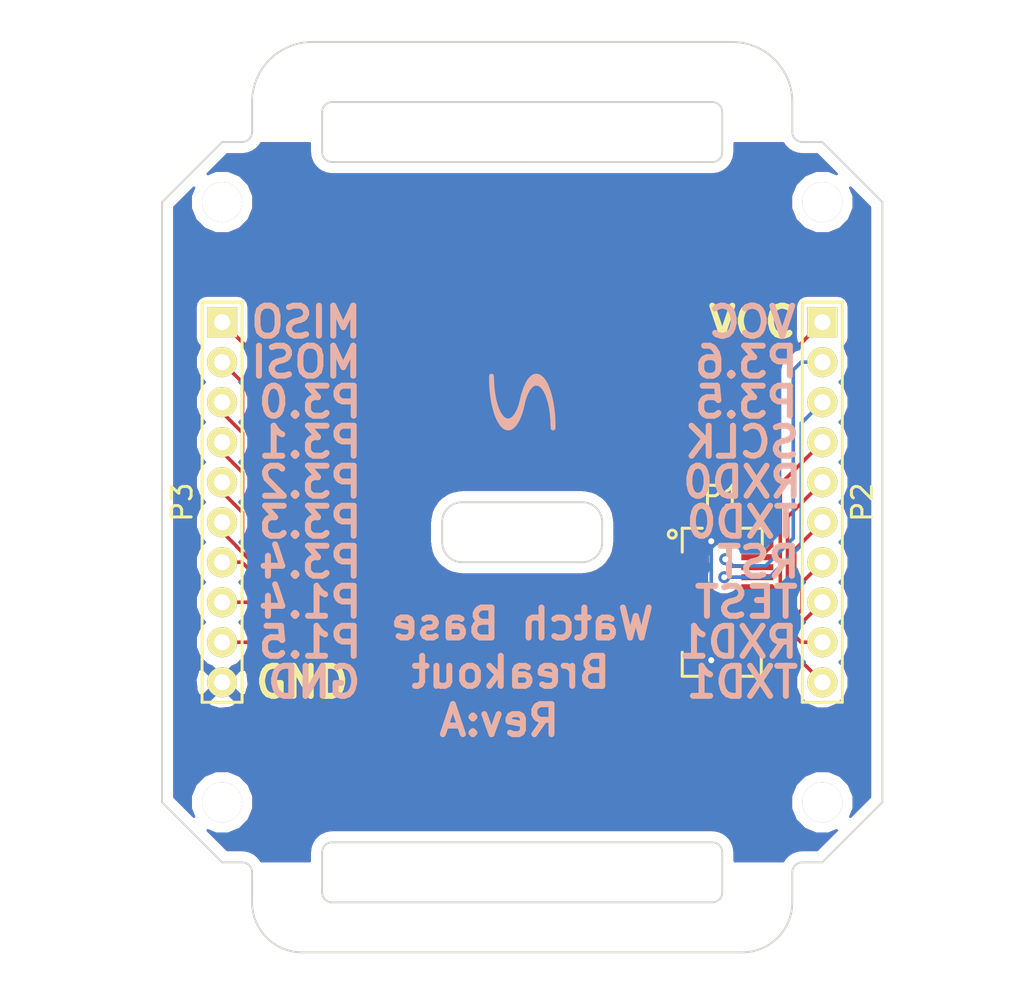
<source format=kicad_pcb>
(kicad_pcb (version 4) (host pcbnew "(2015-01-05 BZR 5353)-product")

  (general
    (links 22)
    (no_connects 0)
    (area 113.899999 74.899999 165.100001 125.100001)
    (thickness 1)
    (drawings 92)
    (tracks 143)
    (zones 0)
    (modules 8)
    (nets 21)
  )

  (page A4)
  (layers
    (0 F.Cu signal)
    (31 B.Cu signal)
    (32 B.Adhes user)
    (33 F.Adhes user hide)
    (34 B.Paste user)
    (35 F.Paste user hide)
    (36 B.SilkS user)
    (37 F.SilkS user)
    (38 B.Mask user)
    (39 F.Mask user)
    (40 Dwgs.User user)
    (41 Cmts.User user)
    (42 Eco1.User user)
    (43 Eco2.User user)
    (44 Edge.Cuts user)
    (45 Margin user)
    (46 B.CrtYd user)
    (47 F.CrtYd user)
    (48 B.Fab user)
    (49 F.Fab user)
  )

  (setup
    (last_trace_width 0.18)
    (trace_clearance 0.18)
    (zone_clearance 0.508)
    (zone_45_only no)
    (trace_min 0.18)
    (segment_width 0.2)
    (edge_width 0.1)
    (via_size 0.6)
    (via_drill 0.3)
    (via_min_size 0.6)
    (via_min_drill 0.3)
    (uvia_size 0.508)
    (uvia_drill 0.127)
    (uvias_allowed no)
    (uvia_min_size 0.508)
    (uvia_min_drill 0.127)
    (pcb_text_width 0.3)
    (pcb_text_size 1.5 1.5)
    (mod_edge_width 0.15)
    (mod_text_size 1 1)
    (mod_text_width 0.15)
    (pad_size 1.5 1.5)
    (pad_drill 0.8)
    (pad_to_mask_clearance 0)
    (aux_axis_origin 140 100)
    (visible_elements 7FFFFFFF)
    (pcbplotparams
      (layerselection 0x010f0_80000001)
      (usegerberextensions true)
      (excludeedgelayer false)
      (linewidth 0.300000)
      (plotframeref false)
      (viasonmask false)
      (mode 1)
      (useauxorigin true)
      (hpglpennumber 1)
      (hpglpenspeed 20)
      (hpglpendiameter 15)
      (hpglpenoverlay 2)
      (psnegative false)
      (psa4output false)
      (plotreference true)
      (plotvalue true)
      (plotinvisibletext false)
      (padsonsilk false)
      (subtractmaskfromsilk false)
      (outputformat 1)
      (mirror false)
      (drillshape 0)
      (scaleselection 1)
      (outputdirectory gerb/))
  )

  (net 0 "")
  (net 1 GND)
  (net 2 +3.3V)
  (net 3 "Net-(P1-Pad2)")
  (net 4 "Net-(P1-Pad3)")
  (net 5 "Net-(P1-Pad4)")
  (net 6 "Net-(P1-Pad5)")
  (net 7 "Net-(P1-Pad6)")
  (net 8 "Net-(P1-Pad7)")
  (net 9 "Net-(P1-Pad8)")
  (net 10 "Net-(P1-Pad9)")
  (net 11 "Net-(P1-Pad10)")
  (net 12 "Net-(P1-Pad11)")
  (net 13 "Net-(P1-Pad12)")
  (net 14 "Net-(P1-Pad13)")
  (net 15 "Net-(P1-Pad14)")
  (net 16 "Net-(P1-Pad15)")
  (net 17 "Net-(P1-Pad16)")
  (net 18 "Net-(P1-Pad17)")
  (net 19 "Net-(P1-Pad18)")
  (net 20 "Net-(P1-Pad19)")

  (net_class Default "これは標準のネット クラスです。"
    (clearance 0.18)
    (trace_width 0.18)
    (via_dia 0.6)
    (via_drill 0.3)
    (uvia_dia 0.508)
    (uvia_drill 0.127)
    (add_net +3.3V)
    (add_net GND)
    (add_net "Net-(P1-Pad10)")
    (add_net "Net-(P1-Pad11)")
    (add_net "Net-(P1-Pad12)")
    (add_net "Net-(P1-Pad13)")
    (add_net "Net-(P1-Pad14)")
    (add_net "Net-(P1-Pad15)")
    (add_net "Net-(P1-Pad16)")
    (add_net "Net-(P1-Pad17)")
    (add_net "Net-(P1-Pad18)")
    (add_net "Net-(P1-Pad19)")
    (add_net "Net-(P1-Pad2)")
    (add_net "Net-(P1-Pad3)")
    (add_net "Net-(P1-Pad4)")
    (add_net "Net-(P1-Pad5)")
    (add_net "Net-(P1-Pad6)")
    (add_net "Net-(P1-Pad7)")
    (add_net "Net-(P1-Pad8)")
    (add_net "Net-(P1-Pad9)")
  )

  (module Drill:Drill_M2 (layer F.Cu) (tedit 54F6D000) (tstamp 55029318)
    (at 155 85)
    (fp_text reference Drill_M2 (at 0 2) (layer F.SilkS) hide
      (effects (font (size 1 1) (thickness 0.1)))
    )
    (fp_text value VAL** (at 0 -3) (layer F.SilkS) hide
      (effects (font (size 1 1) (thickness 0.1)))
    )
    (pad "" thru_hole circle (at 0 0) (size 2 2) (drill 2) (layers *.Cu *.Mask F.SilkS))
  )

  (module Drill:Drill_M2 (layer F.Cu) (tedit 54F6D000) (tstamp 55029321)
    (at 125 85)
    (fp_text reference Drill_M2 (at 0 2) (layer F.SilkS) hide
      (effects (font (size 1 1) (thickness 0.1)))
    )
    (fp_text value VAL** (at 0 -3) (layer F.SilkS) hide
      (effects (font (size 1 1) (thickness 0.1)))
    )
    (pad "" thru_hole circle (at 0 0) (size 2 2) (drill 2) (layers *.Cu *.Mask F.SilkS))
  )

  (module Drill:Drill_M2 (layer F.Cu) (tedit 54F6D000) (tstamp 5502932A)
    (at 125 115)
    (fp_text reference Drill_M2 (at 0 2) (layer F.SilkS) hide
      (effects (font (size 1 1) (thickness 0.1)))
    )
    (fp_text value VAL** (at 0 -3) (layer F.SilkS) hide
      (effects (font (size 1 1) (thickness 0.1)))
    )
    (pad "" thru_hole circle (at 0 0) (size 2 2) (drill 2) (layers *.Cu *.Mask F.SilkS))
  )

  (module Drill:Drill_M2 (layer F.Cu) (tedit 54F6D000) (tstamp 55029333)
    (at 155 115)
    (fp_text reference Drill_M2 (at 0 2) (layer F.SilkS) hide
      (effects (font (size 1 1) (thickness 0.1)))
    )
    (fp_text value VAL** (at 0 -3) (layer F.SilkS) hide
      (effects (font (size 1 1) (thickness 0.1)))
    )
    (pad "" thru_hole circle (at 0 0) (size 2 2) (drill 2) (layers *.Cu *.Mask F.SilkS))
  )

  (module "CONN_DF12:DF12_20(B)_metal" (layer F.Cu) (tedit 5502B5D0) (tstamp 55079A70)
    (at 150 105)
    (path /55028AC7)
    (fp_text reference P1 (at 0 -5.3) (layer F.SilkS)
      (effects (font (size 1 1) (thickness 0.15)))
    )
    (fp_text value "DF12#-20DP(86)" (at 0 1.5 90) (layer Dwgs.User) hide
      (effects (font (size 0.5 0.5) (thickness 0.1)))
    )
    (fp_circle (center -2.5 -3.4) (end -2.5 -3.2) (layer F.SilkS) (width 0.15))
    (fp_line (start -2 2.5) (end -2 3.7) (layer F.SilkS) (width 0.15))
    (fp_line (start -2 3.7) (end -1 3.7) (layer F.SilkS) (width 0.15))
    (fp_line (start 1.95 2.5) (end 1.95 3.7) (layer F.SilkS) (width 0.15))
    (fp_line (start 1.9 3.7) (end 1 3.7) (layer F.SilkS) (width 0.15))
    (fp_line (start 1 -3.7) (end 2 -3.7) (layer F.SilkS) (width 0.15))
    (fp_line (start 2 -3.7) (end 2 -2.5) (layer F.SilkS) (width 0.15))
    (fp_line (start -2 -2.5) (end -2 -3.7) (layer F.SilkS) (width 0.15))
    (fp_line (start -2 -3.7) (end -1 -3.7) (layer F.SilkS) (width 0.15))
    (pad 21 smd trapezoid (at 0 -4 270) (size 0.8 1.8) (layers F.Cu F.Paste F.Mask)
      (net 1 GND))
    (pad 22 smd trapezoid (at 0 4 270) (size 0.8 1.8) (layers F.Cu F.Paste F.Mask)
      (net 1 GND))
    (pad 1 smd trapezoid (at 1.75 -2.25 270) (size 0.3 1.6) (layers F.Cu F.Paste F.Mask)
      (net 2 +3.3V))
    (pad 2 smd trapezoid (at -1.75 -2.25 270) (size 0.3 1.6) (layers F.Cu F.Paste F.Mask)
      (net 3 "Net-(P1-Pad2)"))
    (pad 3 smd trapezoid (at 1.75 -1.75 270) (size 0.3 1.6) (layers F.Cu F.Paste F.Mask)
      (net 4 "Net-(P1-Pad3)"))
    (pad 4 smd trapezoid (at -1.75 -1.75 270) (size 0.3 1.6) (layers F.Cu F.Paste F.Mask)
      (net 5 "Net-(P1-Pad4)"))
    (pad 5 smd trapezoid (at 1.75 -1.25 270) (size 0.3 1.6) (layers F.Cu F.Paste F.Mask)
      (net 6 "Net-(P1-Pad5)"))
    (pad 6 smd trapezoid (at -1.75 -1.25 270) (size 0.3 1.6) (layers F.Cu F.Paste F.Mask)
      (net 7 "Net-(P1-Pad6)"))
    (pad 7 smd trapezoid (at 1.75 -0.75 270) (size 0.3 1.6) (layers F.Cu F.Paste F.Mask)
      (net 8 "Net-(P1-Pad7)"))
    (pad 8 smd trapezoid (at -1.75 -0.75 270) (size 0.3 1.6) (layers F.Cu F.Paste F.Mask)
      (net 9 "Net-(P1-Pad8)"))
    (pad 9 smd trapezoid (at 1.75 -0.25 270) (size 0.3 1.6) (layers F.Cu F.Paste F.Mask)
      (net 10 "Net-(P1-Pad9)"))
    (pad 10 smd trapezoid (at -1.75 -0.25 270) (size 0.3 1.6) (layers F.Cu F.Paste F.Mask)
      (net 11 "Net-(P1-Pad10)"))
    (pad 11 smd trapezoid (at 1.75 0.25 270) (size 0.3 1.6) (layers F.Cu F.Paste F.Mask)
      (net 12 "Net-(P1-Pad11)"))
    (pad 12 smd trapezoid (at -1.75 0.25 270) (size 0.3 1.6) (layers F.Cu F.Paste F.Mask)
      (net 13 "Net-(P1-Pad12)"))
    (pad 13 smd trapezoid (at 1.75 0.75 270) (size 0.3 1.6) (layers F.Cu F.Paste F.Mask)
      (net 14 "Net-(P1-Pad13)"))
    (pad 14 smd trapezoid (at -1.75 0.75 270) (size 0.3 1.6) (layers F.Cu F.Paste F.Mask)
      (net 15 "Net-(P1-Pad14)"))
    (pad 15 smd trapezoid (at 1.75 1.25 270) (size 0.3 1.6) (layers F.Cu F.Paste F.Mask)
      (net 16 "Net-(P1-Pad15)"))
    (pad 16 smd trapezoid (at -1.75 1.25 270) (size 0.3 1.6) (layers F.Cu F.Paste F.Mask)
      (net 17 "Net-(P1-Pad16)"))
    (pad 17 smd trapezoid (at 1.75 1.75 270) (size 0.3 1.6) (layers F.Cu F.Paste F.Mask)
      (net 18 "Net-(P1-Pad17)"))
    (pad 18 smd trapezoid (at -1.75 1.75 270) (size 0.3 1.6) (layers F.Cu F.Paste F.Mask)
      (net 19 "Net-(P1-Pad18)"))
    (pad 19 smd trapezoid (at 1.75 2.25 270) (size 0.3 1.6) (layers F.Cu F.Paste F.Mask)
      (net 20 "Net-(P1-Pad19)"))
    (pad 20 smd trapezoid (at -1.75 2.25 270) (size 0.3 1.6) (layers F.Cu F.Paste F.Mask)
      (net 1 GND))
  )

  (module CONN_2m:P1-10_2mm (layer F.Cu) (tedit 5507991E) (tstamp 55079A82)
    (at 155 100 270)
    (path /5507961B)
    (fp_text reference P2 (at 0 -2 270) (layer F.SilkS)
      (effects (font (size 1 1) (thickness 0.15)))
    )
    (fp_text value CONN_10 (at 0 2 270) (layer Dwgs.User) hide
      (effects (font (size 1 1) (thickness 0.15)))
    )
    (fp_line (start -10 -1) (end 10 -1) (layer F.SilkS) (width 0.15))
    (fp_line (start 10 -1) (end 10 1) (layer F.SilkS) (width 0.15))
    (fp_line (start 10 1) (end -10 1) (layer F.SilkS) (width 0.15))
    (fp_line (start -10 1) (end -10 -1) (layer F.SilkS) (width 0.15))
    (pad 1 thru_hole trapezoid (at -9 0 270) (size 1.5 1.5) (drill 0.8) (layers *.Cu *.Mask F.SilkS)
      (net 2 +3.3V))
    (pad 3 thru_hole circle (at -5 0 270) (size 1.5 1.5) (drill 0.8) (layers *.Cu *.Mask F.SilkS)
      (net 6 "Net-(P1-Pad5)"))
    (pad 4 thru_hole circle (at -3 0 270) (size 1.5 1.5) (drill 0.8) (layers *.Cu *.Mask F.SilkS)
      (net 8 "Net-(P1-Pad7)"))
    (pad 5 thru_hole circle (at -1 0 270) (size 1.5 1.5) (drill 0.8) (layers *.Cu *.Mask F.SilkS)
      (net 10 "Net-(P1-Pad9)"))
    (pad 6 thru_hole circle (at 1 0 270) (size 1.5 1.5) (drill 0.8) (layers *.Cu *.Mask F.SilkS)
      (net 12 "Net-(P1-Pad11)"))
    (pad 7 thru_hole circle (at 3 0 270) (size 1.5 1.5) (drill 0.8) (layers *.Cu *.Mask F.SilkS)
      (net 14 "Net-(P1-Pad13)"))
    (pad 8 thru_hole circle (at 5 0 270) (size 1.5 1.5) (drill 0.8) (layers *.Cu *.Mask F.SilkS)
      (net 16 "Net-(P1-Pad15)"))
    (pad 9 thru_hole circle (at 7 0 270) (size 1.5 1.5) (drill 0.8) (layers *.Cu *.Mask F.SilkS)
      (net 18 "Net-(P1-Pad17)"))
    (pad 10 thru_hole circle (at 9 0 270) (size 1.5 1.5) (drill 0.8) (layers *.Cu *.Mask F.SilkS)
      (net 20 "Net-(P1-Pad19)"))
    (pad 2 thru_hole circle (at -7 0 270) (size 1.5 1.5) (drill 0.8) (layers *.Cu *.Mask F.SilkS)
      (net 4 "Net-(P1-Pad3)"))
  )

  (module CONN_2m:P1-10_2mm (layer F.Cu) (tedit 550A64BA) (tstamp 55079A94)
    (at 125 100 270)
    (path /550796AA)
    (fp_text reference P3 (at 0 2 270) (layer F.SilkS)
      (effects (font (size 1 1) (thickness 0.15)))
    )
    (fp_text value CONN_10 (at 0 2 270) (layer Dwgs.User) hide
      (effects (font (size 1 1) (thickness 0.15)))
    )
    (fp_line (start -10 -1) (end 10 -1) (layer F.SilkS) (width 0.15))
    (fp_line (start 10 -1) (end 10 1) (layer F.SilkS) (width 0.15))
    (fp_line (start 10 1) (end -10 1) (layer F.SilkS) (width 0.15))
    (fp_line (start -10 1) (end -10 -1) (layer F.SilkS) (width 0.15))
    (pad 1 thru_hole trapezoid (at -9 0 270) (size 1.5 1.5) (drill 0.8) (layers *.Cu *.Mask F.SilkS)
      (net 3 "Net-(P1-Pad2)"))
    (pad 3 thru_hole circle (at -5 0 270) (size 1.5 1.5) (drill 0.8) (layers *.Cu *.Mask F.SilkS)
      (net 7 "Net-(P1-Pad6)"))
    (pad 4 thru_hole circle (at -3 0 270) (size 1.5 1.5) (drill 0.8) (layers *.Cu *.Mask F.SilkS)
      (net 9 "Net-(P1-Pad8)"))
    (pad 5 thru_hole circle (at -1 0 270) (size 1.5 1.5) (drill 0.8) (layers *.Cu *.Mask F.SilkS)
      (net 11 "Net-(P1-Pad10)"))
    (pad 6 thru_hole circle (at 1 0 270) (size 1.5 1.5) (drill 0.8) (layers *.Cu *.Mask F.SilkS)
      (net 13 "Net-(P1-Pad12)"))
    (pad 7 thru_hole circle (at 3 0 270) (size 1.5 1.5) (drill 0.8) (layers *.Cu *.Mask F.SilkS)
      (net 15 "Net-(P1-Pad14)"))
    (pad 8 thru_hole circle (at 5 0 270) (size 1.5 1.5) (drill 0.8) (layers *.Cu *.Mask F.SilkS)
      (net 17 "Net-(P1-Pad16)"))
    (pad 9 thru_hole circle (at 7 0 270) (size 1.5 1.5) (drill 0.8) (layers *.Cu *.Mask F.SilkS)
      (net 19 "Net-(P1-Pad18)"))
    (pad 10 thru_hole circle (at 9 0 270) (size 1.5 1.5) (drill 0.8) (layers *.Cu *.Mask F.SilkS)
      (net 1 GND))
    (pad 2 thru_hole circle (at -7 0 270) (size 1.5 1.5) (drill 0.8) (layers *.Cu *.Mask F.SilkS)
      (net 5 "Net-(P1-Pad4)"))
  )

  (module LOGO:N_LOGO_3mm (layer B.Cu) (tedit 550A85D9) (tstamp 550A8B9F)
    (at 140 95)
    (fp_text reference G*** (at 0 0) (layer B.SilkS) hide
      (effects (font (thickness 0.3)) (justify mirror))
    )
    (fp_text value LOGO (at 0.75 0) (layer Dwgs.User) hide
      (effects (font (thickness 0.3)))
    )
    (fp_poly (pts (xy 1.614192 1.231634) (xy 1.614115 1.184196) (xy 1.613734 1.130427) (xy 1.613083 1.072976)
      (xy 1.6122 1.014491) (xy 1.611121 0.957623) (xy 1.609881 0.90502) (xy 1.608518 0.859332)
      (xy 1.607066 0.823206) (xy 1.605562 0.799293) (xy 1.605221 0.795867) (xy 1.603244 0.774632)
      (xy 1.600663 0.741834) (xy 1.597883 0.702812) (xy 1.596351 0.679589) (xy 1.59375 0.641569)
      (xy 1.591193 0.608816) (xy 1.589041 0.585724) (xy 1.588032 0.577989) (xy 1.586019 0.562736)
      (xy 1.583202 0.535855) (xy 1.580123 0.502596) (xy 1.579494 0.4953) (xy 1.576359 0.460257)
      (xy 1.57332 0.429407) (xy 1.570957 0.408582) (xy 1.570656 0.4064) (xy 1.567809 0.385275)
      (xy 1.564171 0.356312) (xy 1.562556 0.3429) (xy 1.55882 0.313341) (xy 1.55517 0.287512)
      (xy 1.553866 0.2794) (xy 1.550508 0.257577) (xy 1.546613 0.228961) (xy 1.5455 0.220134)
      (xy 1.537805 0.165226) (xy 1.528104 0.110067) (xy 1.524231 0.087445) (xy 1.519942 0.059412)
      (xy 1.519317 0.055034) (xy 1.515409 0.030083) (xy 1.511761 0.011104) (xy 1.511111 0.008467)
      (xy 1.507174 -0.008947) (xy 1.503225 -0.029633) (xy 1.498686 -0.054133) (xy 1.495066 -0.071966)
      (xy 1.491472 -0.088522) (xy 1.485583 -0.115792) (xy 1.478659 -0.147934) (xy 1.478518 -0.14859)
      (xy 1.469506 -0.190418) (xy 1.462964 -0.220442) (xy 1.457814 -0.243416) (xy 1.452977 -0.264093)
      (xy 1.447374 -0.287227) (xy 1.443091 -0.304692) (xy 1.435437 -0.333209) (xy 1.42849 -0.354569)
      (xy 1.423883 -0.363958) (xy 1.419408 -0.374562) (xy 1.416035 -0.394739) (xy 1.415776 -0.397603)
      (xy 1.412569 -0.418542) (xy 1.407901 -0.4309) (xy 1.407309 -0.43147) (xy 1.401217 -0.442786)
      (xy 1.398878 -0.452966) (xy 1.394382 -0.472767) (xy 1.385266 -0.504038) (xy 1.372672 -0.543536)
      (xy 1.357743 -0.588015) (xy 1.34162 -0.634232) (xy 1.325446 -0.678943) (xy 1.310363 -0.718904)
      (xy 1.297513 -0.750871) (xy 1.288039 -0.7716) (xy 1.28486 -0.776816) (xy 1.280039 -0.785918)
      (xy 1.281401 -0.7874) (xy 1.280441 -0.794188) (xy 1.27304 -0.811934) (xy 1.261574 -0.835265)
      (xy 1.249453 -0.861479) (xy 1.242492 -0.882326) (xy 1.242027 -0.892415) (xy 1.243305 -0.89763)
      (xy 1.241088 -0.896124) (xy 1.234653 -0.900433) (xy 1.223008 -0.916794) (xy 1.208327 -0.94202)
      (xy 1.203493 -0.951158) (xy 1.143102 -1.056279) (xy 1.078015 -1.147743) (xy 1.008904 -1.224861)
      (xy 0.936436 -1.28694) (xy 0.861284 -1.333291) (xy 0.812269 -1.354318) (xy 0.763764 -1.36555)
      (xy 0.707574 -1.369094) (xy 0.650442 -1.365165) (xy 0.59911 -1.353974) (xy 0.580531 -1.346996)
      (xy 0.505003 -1.304742) (xy 0.431957 -1.245938) (xy 0.361533 -1.170803) (xy 0.293876 -1.079558)
      (xy 0.229125 -0.972424) (xy 0.167424 -0.849621) (xy 0.108914 -0.711369) (xy 0.084667 -0.643924)
      (xy 0.084667 0.046567) (xy 0.080433 0.0508) (xy 0.0762 0.046567) (xy 0.080433 0.042334)
      (xy 0.084667 0.046567) (xy 0.084667 -0.643924) (xy 0.053736 -0.557889) (xy 0.034898 -0.499533)
      (xy 0.019273 -0.448942) (xy 0.005541 -0.402934) (xy -0.005269 -0.365049) (xy -0.012127 -0.338824)
      (xy -0.013119 -0.334433) (xy -0.015733 -0.323135) (xy -0.021403 -0.299165) (xy -0.029228 -0.266316)
      (xy -0.036226 -0.237066) (xy -0.047688 -0.189127) (xy -0.060982 -0.133334) (xy -0.074055 -0.078315)
      (xy -0.080576 -0.0508) (xy -0.118077 0.091479) (xy -0.16115 0.225866) (xy -0.209124 0.350921)
      (xy -0.261327 0.465204) (xy -0.317087 0.567276) (xy -0.375733 0.655697) (xy -0.436593 0.729027)
      (xy -0.451482 0.744249) (xy -0.488183 0.779216) (xy -0.518473 0.804432) (xy -0.546912 0.823045)
      (xy -0.578065 0.838198) (xy -0.601002 0.847333) (xy -0.669852 0.86481) (xy -0.738458 0.865486)
      (xy -0.806041 0.849485) (xy -0.871824 0.816932) (xy -0.896298 0.800167) (xy -0.907399 0.790475)
      (xy -0.926808 0.772182) (xy -0.950915 0.748712) (xy -0.958865 0.740834) (xy -1.010477 0.682157)
      (xy -1.062249 0.609532) (xy -1.112511 0.525843) (xy -1.15959 0.433975) (xy -1.201815 0.336813)
      (xy -1.218799 0.2921) (xy -1.231311 0.257627) (xy -1.241963 0.228325) (xy -1.24921 0.208447)
      (xy -1.251135 0.2032) (xy -1.256397 0.188124) (xy -1.257627 0.18415) (xy -1.261123 0.175684)
      (xy -1.264164 0.166788) (xy -1.266725 0.156634) (xy -1.273717 0.127834) (xy -1.277765 0.115087)
      (xy -1.278467 0.1143) (xy -1.2813 0.107529) (xy -1.282929 0.1016) (xy -1.286784 0.087001)
      (xy -1.293564 0.062047) (xy -1.300155 0.0381) (xy -1.307829 0.010018) (xy -1.31359 -0.011724)
      (xy -1.315908 -0.021166) (xy -1.319767 -0.035753) (xy -1.323101 -0.046566) (xy -1.332109 -0.079973)
      (xy -1.338783 -0.114922) (xy -1.340838 -0.13335) (xy -1.344123 -0.148243) (xy -1.348317 -0.1524)
      (xy -1.353119 -0.158153) (xy -1.352989 -0.15875) (xy -1.353706 -0.169385) (xy -1.357031 -0.192549)
      (xy -1.362347 -0.224146) (xy -1.365459 -0.2413) (xy -1.372407 -0.279252) (xy -1.378668 -0.314385)
      (xy -1.383203 -0.340845) (xy -1.384216 -0.347133) (xy -1.388636 -0.374214) (xy -1.392813 -0.39785)
      (xy -1.392829 -0.397933) (xy -1.397391 -0.426044) (xy -1.402787 -0.465472) (xy -1.408279 -0.510673)
      (xy -1.410308 -0.528876) (xy -1.413571 -0.55389) (xy -1.416994 -0.572966) (xy -1.417621 -0.575443)
      (xy -1.419953 -0.589528) (xy -1.422947 -0.615642) (xy -1.426066 -0.648923) (xy -1.427011 -0.6604)
      (xy -1.42994 -0.695086) (xy -1.43272 -0.724307) (xy -1.434873 -0.74314) (xy -1.43535 -0.746162)
      (xy -1.437543 -0.764625) (xy -1.440074 -0.797329) (xy -1.442816 -0.84159) (xy -1.445644 -0.894723)
      (xy -1.44843 -0.954041) (xy -1.451048 -1.016861) (xy -1.453373 -1.080496) (xy -1.455277 -1.142262)
      (xy -1.456607 -1.198033) (xy -1.459161 -1.257358) (xy -1.464491 -1.301771) (xy -1.473047 -1.333134)
      (xy -1.485282 -1.353306) (xy -1.496359 -1.361808) (xy -1.52482 -1.368954) (xy -1.557556 -1.365963)
      (xy -1.572085 -1.360956) (xy -1.583686 -1.3527) (xy -1.592757 -1.338527) (xy -1.599486 -1.316789)
      (xy -1.604058 -1.285839) (xy -1.606663 -1.244029) (xy -1.607487 -1.189712) (xy -1.606718 -1.12124)
      (xy -1.605434 -1.06772) (xy -1.603691 -1.007439) (xy -1.601857 -0.949413) (xy -1.600047 -0.896925)
      (xy -1.598377 -0.853258) (xy -1.596962 -0.821698) (xy -1.59642 -0.812008) (xy -1.591536 -0.738605)
      (xy -1.586343 -0.667878) (xy -1.58111 -0.603063) (xy -1.576103 -0.547398) (xy -1.571587 -0.504119)
      (xy -1.569987 -0.491066) (xy -1.567543 -0.470613) (xy -1.564306 -0.441381) (xy -1.562323 -0.422641)
      (xy -1.558953 -0.391257) (xy -1.555622 -0.363517) (xy -1.551432 -0.332349) (xy -1.546303 -0.296333)
      (xy -1.542474 -0.269046) (xy -1.538031 -0.236368) (xy -1.536614 -0.225717) (xy -1.532591 -0.197301)
      (xy -1.528746 -0.173321) (xy -1.527465 -0.166451) (xy -1.523928 -0.145994) (xy -1.520032 -0.119183)
      (xy -1.519393 -0.1143) (xy -1.5157 -0.089327) (xy -1.512046 -0.070345) (xy -1.511365 -0.067733)
      (xy -1.507554 -0.050921) (xy -1.503287 -0.027252) (xy -1.502991 -0.0254) (xy -1.498805 -0.000207)
      (xy -1.493867 0.026439) (xy -1.487386 0.058472) (xy -1.478572 0.099823) (xy -1.46894 0.143934)
      (xy -1.461721 0.176948) (xy -1.455605 0.205198) (xy -1.45179 0.223141) (xy -1.451538 0.224367)
      (xy -1.448414 0.236893) (xy -1.441662 0.262377) (xy -1.4322 0.297464) (xy -1.420944 0.3388)
      (xy -1.408812 0.38303) (xy -1.396719 0.426799) (xy -1.385584 0.466752) (xy -1.376324 0.499534)
      (xy -1.342651 0.605413) (xy -1.302279 0.71207) (xy -1.256559 0.8169) (xy -1.206841 0.917292)
      (xy -1.154476 1.010641) (xy -1.100816 1.094339) (xy -1.047211 1.165777) (xy -1.009018 1.208556)
      (xy -0.945672 1.267435) (xy -0.885019 1.311006) (xy -0.825065 1.340235) (xy -0.763817 1.356088)
      (xy -0.699283 1.35953) (xy -0.697425 1.359457) (xy -0.655701 1.357266) (xy -0.624851 1.353737)
      (xy -0.598817 1.347363) (xy -0.571542 1.336637) (xy -0.536967 1.320048) (xy -0.534799 1.318969)
      (xy -0.490162 1.29133) (xy -0.440871 1.251574) (xy -0.38994 1.202679) (xy -0.340384 1.147625)
      (xy -0.295217 1.089391) (xy -0.279666 1.0668) (xy -0.261338 1.037723) (xy -0.240291 1.002053)
      (xy -0.217901 0.962405) (xy -0.195544 0.921397) (xy -0.174595 0.881644) (xy -0.15643 0.845763)
      (xy -0.142424 0.816371) (xy -0.133954 0.796083) (xy -0.132395 0.787517) (xy -0.132759 0.7874)
      (xy -0.132458 0.782207) (xy -0.128106 0.776033) (xy -0.119946 0.76125) (xy -0.107835 0.732839)
      (xy -0.092645 0.693402) (xy -0.075249 0.645542) (xy -0.056518 0.591862) (xy -0.037327 0.534964)
      (xy -0.018547 0.477452) (xy -0.001052 0.421928) (xy 0.014287 0.370995) (xy 0.026597 0.327257)
      (xy 0.035004 0.293315) (xy 0.036975 0.283634) (xy 0.042057 0.259115) (xy 0.049003 0.228994)
      (xy 0.051174 0.220134) (xy 0.057526 0.19432) (xy 0.06233 0.174172) (xy 0.063422 0.169334)
      (xy 0.066669 0.154868) (xy 0.072449 0.129601) (xy 0.07891 0.1016) (xy 0.086404 0.067757)
      (xy 0.092877 0.035937) (xy 0.096279 0.016934) (xy 0.102746 -0.013425) (xy 0.114304 -0.056421)
      (xy 0.129941 -0.108896) (xy 0.148647 -0.167692) (xy 0.169409 -0.229651) (xy 0.191215 -0.291613)
      (xy 0.213054 -0.350423) (xy 0.218324 -0.364066) (xy 0.225518 -0.38308) (xy 0.229258 -0.3937)
      (xy 0.236271 -0.41011) (xy 0.249898 -0.437645) (xy 0.268234 -0.472795) (xy 0.289372 -0.512053)
      (xy 0.311407 -0.551909) (xy 0.332432 -0.588854) (xy 0.350542 -0.61938) (xy 0.359906 -0.634208)
      (xy 0.407815 -0.698701) (xy 0.461207 -0.756256) (xy 0.51753 -0.804751) (xy 0.574232 -0.842062)
      (xy 0.628761 -0.866064) (xy 0.643467 -0.870153) (xy 0.679079 -0.874363) (xy 0.723054 -0.87357)
      (xy 0.767742 -0.868269) (xy 0.803117 -0.859771) (xy 0.856142 -0.835595) (xy 0.911374 -0.798743)
      (xy 0.964842 -0.752307) (xy 1.012581 -0.699376) (xy 1.018052 -0.69232) (xy 1.037262 -0.667482)
      (xy 1.056217 -0.64353) (xy 1.068963 -0.62527) (xy 1.075155 -0.61165) (xy 1.075267 -0.610494)
      (xy 1.079753 -0.6015) (xy 1.081617 -0.601067) (xy 1.089683 -0.594293) (xy 1.09708 -0.582017)
      (xy 1.105021 -0.566007) (xy 1.118338 -0.539684) (xy 1.134631 -0.507781) (xy 1.141042 -0.4953)
      (xy 1.15879 -0.46003) (xy 1.175215 -0.426046) (xy 1.187451 -0.399317) (xy 1.189837 -0.3937)
      (xy 1.20236 -0.365215) (xy 1.215326 -0.338472) (xy 1.217454 -0.334433) (xy 1.22652 -0.31615)
      (xy 1.230477 -0.305282) (xy 1.230474 -0.3048) (xy 1.230556 -0.300033) (xy 1.232744 -0.291248)
      (xy 1.238139 -0.274955) (xy 1.247845 -0.247664) (xy 1.2532 -0.232833) (xy 1.263333 -0.204199)
      (xy 1.271202 -0.180826) (xy 1.274674 -0.169333) (xy 1.278291 -0.15593) (xy 1.285388 -0.130654)
      (xy 1.294726 -0.097897) (xy 1.299749 -0.080433) (xy 1.309762 -0.045608) (xy 1.318186 -0.016114)
      (xy 1.32377 0.003658) (xy 1.325089 0.008467) (xy 1.330243 0.029302) (xy 1.337554 0.060455)
      (xy 1.345599 0.095693) (xy 1.352953 0.128785) (xy 1.357972 0.1524) (xy 1.36343 0.178599)
      (xy 1.366899 0.194734) (xy 1.371068 0.215136) (xy 1.376659 0.244152) (xy 1.380067 0.262467)
      (xy 1.38546 0.291704) (xy 1.39004 0.316205) (xy 1.391903 0.325967) (xy 1.394667 0.342155)
      (xy 1.399002 0.369729) (xy 1.404068 0.403314) (xy 1.405147 0.410634) (xy 1.410283 0.445552)
      (xy 1.41483 0.476329) (xy 1.417935 0.497197) (xy 1.418287 0.499534) (xy 1.420926 0.519553)
      (xy 1.424364 0.548894) (xy 1.426826 0.5715) (xy 1.430263 0.60289) (xy 1.433504 0.630363)
      (xy 1.43522 0.643467) (xy 1.437374 0.661935) (xy 1.440285 0.691452) (xy 1.443383 0.726185)
      (xy 1.443902 0.732367) (xy 1.44701 0.768998) (xy 1.450003 0.802971) (xy 1.452291 0.827603)
      (xy 1.452502 0.829734) (xy 1.453746 0.847633) (xy 1.455372 0.879118) (xy 1.457231 0.920847)
      (xy 1.459172 0.969481) (xy 1.460854 1.016) (xy 1.463492 1.091967) (xy 1.465691 1.152875)
      (xy 1.467549 1.200592) (xy 1.469163 1.236983) (xy 1.470629 1.263915) (xy 1.472043 1.283255)
      (xy 1.473504 1.296869) (xy 1.475107 1.306624) (xy 1.476171 1.311376) (xy 1.490273 1.34016)
      (xy 1.51298 1.357687) (xy 1.540299 1.364012) (xy 1.568235 1.359195) (xy 1.592794 1.343288)
      (xy 1.609981 1.316349) (xy 1.612231 1.309471) (xy 1.613286 1.296921) (xy 1.613927 1.270092)
      (xy 1.614192 1.231634) (xy 1.614192 1.231634)) (layer B.SilkS) (width 0.1))
  )

  (gr_line (start 165 125) (end 165 100) (angle 90) (layer Cmts.User) (width 0.2))
  (gr_line (start 115 125) (end 165 125) (angle 90) (layer Cmts.User) (width 0.2))
  (gr_line (start 115 100) (end 115 125) (angle 90) (layer Cmts.User) (width 0.2))
  (gr_line (start 115 75) (end 115 100) (angle 90) (layer Cmts.User) (width 0.2))
  (gr_line (start 165 75) (end 115 75) (angle 90) (layer Cmts.User) (width 0.2))
  (gr_line (start 165 100) (end 165 75) (angle 90) (layer Cmts.User) (width 0.2))
  (gr_text "Watch Base\n Breakout\n  Rev:A" (at 140 108.5) (layer B.SilkS)
    (effects (font (size 1.5 1.5) (thickness 0.3)) (justify mirror))
  )
  (gr_text GND (at 129.6 109) (layer B.SilkS)
    (effects (font (size 1.5 1.5) (thickness 0.3)) (justify mirror))
  )
  (gr_text P1.5 (at 129.4 107) (layer B.SilkS)
    (effects (font (size 1.5 1.5) (thickness 0.3)) (justify mirror))
  )
  (gr_text P1.4 (at 129.4 105) (layer B.SilkS)
    (effects (font (size 1.5 1.5) (thickness 0.3)) (justify mirror))
  )
  (gr_text P3.4 (at 129.4 103) (layer B.SilkS)
    (effects (font (size 1.5 1.5) (thickness 0.3)) (justify mirror))
  )
  (gr_text P3.3 (at 129.4 101) (layer B.SilkS)
    (effects (font (size 1.5 1.5) (thickness 0.3)) (justify mirror))
  )
  (gr_text P3.2 (at 129.4 99) (layer B.SilkS)
    (effects (font (size 1.5 1.5) (thickness 0.3)) (justify mirror))
  )
  (gr_text P3.1 (at 129.4 97) (layer B.SilkS)
    (effects (font (size 1.5 1.5) (thickness 0.3)) (justify mirror))
  )
  (gr_text P3.0 (at 129.4 95) (layer B.SilkS)
    (effects (font (size 1.5 1.5) (thickness 0.3)) (justify mirror))
  )
  (gr_text MOSI (at 129.2 93) (layer B.SilkS)
    (effects (font (size 1.5 1.5) (thickness 0.3)) (justify mirror))
  )
  (gr_text MISO (at 129.2 91) (layer B.SilkS)
    (effects (font (size 1.5 1.5) (thickness 0.3)) (justify mirror))
  )
  (gr_text TXD1 (at 151 109) (layer B.SilkS)
    (effects (font (size 1.5 1.5) (thickness 0.3)) (justify mirror))
  )
  (gr_text RXD1 (at 150.8 107) (layer B.SilkS)
    (effects (font (size 1.5 1.5) (thickness 0.3)) (justify mirror))
  )
  (gr_text TEST (at 151.2 105) (layer B.SilkS)
    (effects (font (size 1.5 1.5) (thickness 0.3)) (justify mirror))
  )
  (gr_text RST (at 151.8 103) (layer B.SilkS)
    (effects (font (size 1.5 1.5) (thickness 0.3)) (justify mirror))
  )
  (gr_text TXD0 (at 151 101) (layer B.SilkS)
    (effects (font (size 1.5 1.5) (thickness 0.3)) (justify mirror))
  )
  (gr_text RXD0 (at 151 99) (layer B.SilkS)
    (effects (font (size 1.5 1.5) (thickness 0.3)) (justify mirror))
  )
  (gr_text SCLK (at 151 97) (layer B.SilkS)
    (effects (font (size 1.5 1.5) (thickness 0.3)) (justify mirror))
  )
  (gr_text P3.5 (at 151.2 95) (layer B.SilkS)
    (effects (font (size 1.5 1.5) (thickness 0.3)) (justify mirror))
  )
  (gr_text P3.6 (at 151.2 93) (layer B.SilkS)
    (effects (font (size 1.5 1.5) (thickness 0.3)) (justify mirror))
  )
  (gr_text VCC (at 151.5 91) (layer B.SilkS)
    (effects (font (size 1.5 1.5) (thickness 0.3)) (justify mirror))
  )
  (gr_line (start 136 101) (end 136 102) (angle 90) (layer Edge.Cuts) (width 0.1))
  (gr_line (start 144 101) (end 144 102) (angle 90) (layer Edge.Cuts) (width 0.1))
  (gr_line (start 126.5 118.5) (end 126.5 120) (angle 90) (layer Edge.Cuts) (width 0.1))
  (gr_line (start 125 118) (end 126 118) (angle 90) (layer Edge.Cuts) (width 0.1))
  (gr_line (start 155 118) (end 154 118) (angle 90) (layer Edge.Cuts) (width 0.1))
  (gr_line (start 153.5 120) (end 153.5 118.5) (angle 90) (layer Edge.Cuts) (width 0.1))
  (gr_line (start 153.5 81.5) (end 153.5 80) (angle 90) (layer Edge.Cuts) (width 0.1))
  (gr_line (start 154 82) (end 155 82) (angle 90) (layer Edge.Cuts) (width 0.1))
  (gr_line (start 125 82) (end 126 82) (angle 90) (layer Edge.Cuts) (width 0.1))
  (gr_line (start 126.5 80) (end 126.5 81.5) (angle 90) (layer Edge.Cuts) (width 0.1))
  (gr_arc (start 126 81.5) (end 126.5 81.5) (angle 90) (layer Edge.Cuts) (width 0.1))
  (gr_arc (start 154 81.5) (end 154 82) (angle 90) (layer Edge.Cuts) (width 0.1))
  (gr_arc (start 154 118.5) (end 153.5 118.5) (angle 90) (layer Edge.Cuts) (width 0.1))
  (gr_arc (start 126 118.5) (end 126 118) (angle 90) (layer Edge.Cuts) (width 0.1))
  (gr_line (start 149.5 83) (end 149 83) (angle 90) (layer Edge.Cuts) (width 0.1))
  (gr_line (start 150 80.5) (end 150 82.5) (angle 90) (layer Edge.Cuts) (width 0.1))
  (gr_line (start 130 82.5) (end 130 80.5) (angle 90) (layer Edge.Cuts) (width 0.1))
  (gr_line (start 140 83) (end 130.5 83) (angle 90) (layer Edge.Cuts) (width 0.1))
  (gr_line (start 150 119.5) (end 150 117.5) (angle 90) (layer Edge.Cuts) (width 0.1))
  (gr_line (start 130.5 120) (end 149.5 120) (angle 90) (layer Edge.Cuts) (width 0.1))
  (gr_line (start 130 117.5) (end 130 119.5) (angle 90) (layer Edge.Cuts) (width 0.1))
  (gr_line (start 149.5 117) (end 130.5 117) (angle 90) (layer Edge.Cuts) (width 0.1))
  (gr_arc (start 149.5 82.5) (end 150 82.5) (angle 90) (layer Edge.Cuts) (width 0.1))
  (gr_arc (start 130.5 82.5) (end 130.5 83) (angle 90) (layer Edge.Cuts) (width 0.1))
  (gr_arc (start 149.5 117.5) (end 149.5 117) (angle 90) (layer Edge.Cuts) (width 0.1))
  (gr_arc (start 149.5 119.5) (end 150 119.5) (angle 90) (layer Edge.Cuts) (width 0.1))
  (gr_arc (start 130.5 117.5) (end 130 117.5) (angle 90) (layer Edge.Cuts) (width 0.1))
  (gr_arc (start 130.5 119.5) (end 130.5 120) (angle 90) (layer Edge.Cuts) (width 0.1))
  (gr_line (start 130.5 80) (end 149.5 80) (angle 90) (layer Edge.Cuts) (width 0.1))
  (gr_arc (start 149.5 80.5) (end 149.5 80) (angle 90) (layer Edge.Cuts) (width 0.1))
  (gr_arc (start 130.5 80.5) (end 130 80.5) (angle 90) (layer Edge.Cuts) (width 0.1))
  (gr_line (start 129.5 77) (end 150.5 77) (angle 90) (layer Edge.Cuts) (width 0.1))
  (gr_line (start 151 122.5) (end 129 122.5) (angle 90) (layer Edge.Cuts) (width 0.1))
  (gr_text VCC (at 151.5 91) (layer F.SilkS)
    (effects (font (size 1.5 1.5) (thickness 0.3)))
  )
  (gr_text GND (at 129 109) (layer F.SilkS)
    (effects (font (size 1.5 1.5) (thickness 0.3)))
  )
  (gr_arc (start 151 120) (end 153.5 120) (angle 90) (layer Edge.Cuts) (width 0.1))
  (gr_arc (start 129 120) (end 129 122.5) (angle 90) (layer Edge.Cuts) (width 0.1))
  (gr_arc (start 150.5 80) (end 150.5 77) (angle 90) (layer Edge.Cuts) (width 0.1))
  (gr_arc (start 129.5 80) (end 126.5 80) (angle 90) (layer Edge.Cuts) (width 0.1))
  (gr_line (start 140 83) (end 149 83) (angle 90) (layer Edge.Cuts) (width 0.1))
  (gr_line (start 143 100) (end 137 100) (angle 90) (layer Edge.Cuts) (width 0.1))
  (gr_line (start 137 103) (end 143 103) (angle 90) (layer Edge.Cuts) (width 0.1))
  (gr_arc (start 143 102) (end 144 102) (angle 90) (layer Edge.Cuts) (width 0.1))
  (gr_arc (start 143 101) (end 143 100) (angle 90) (layer Edge.Cuts) (width 0.1))
  (gr_arc (start 137 101) (end 136 101) (angle 90) (layer Edge.Cuts) (width 0.1))
  (gr_arc (start 137 102) (end 137 103) (angle 90) (layer Edge.Cuts) (width 0.1))
  (gr_line (start 158 115) (end 155 118) (angle 90) (layer Edge.Cuts) (width 0.1))
  (gr_circle (center 140 100) (end 122 100) (layer Cmts.User) (width 0.2))
  (gr_circle (center 140 92) (end 140 82) (layer Cmts.User) (width 0.2))
  (gr_line (start 140 100) (end 163 100) (angle 90) (layer Cmts.User) (width 0.2))
  (gr_line (start 140 100) (end 114 100) (angle 90) (layer Cmts.User) (width 0.2))
  (gr_line (start 140 101) (end 140 124) (angle 90) (layer Cmts.User) (width 0.2))
  (gr_line (start 140 100) (end 140 78) (angle 90) (layer Cmts.User) (width 0.2))
  (gr_line (start 140 99) (end 140 101) (angle 90) (layer Cmts.User) (width 0.2))
  (gr_line (start 139 100) (end 141 100) (angle 90) (layer Cmts.User) (width 0.2))
  (gr_line (start 122 85) (end 125 82) (angle 90) (layer Edge.Cuts) (width 0.1))
  (gr_line (start 122 115) (end 122 85) (angle 90) (layer Edge.Cuts) (width 0.1))
  (gr_line (start 125 118) (end 122 115) (angle 90) (layer Edge.Cuts) (width 0.1))
  (gr_line (start 158 85) (end 158 115) (angle 90) (layer Edge.Cuts) (width 0.1))
  (gr_line (start 157 84) (end 158 85) (angle 90) (layer Edge.Cuts) (width 0.1))
  (gr_line (start 155 82) (end 157 84) (angle 90) (layer Edge.Cuts) (width 0.1))
  (gr_line (start 155 115) (end 155 85) (angle 90) (layer Cmts.User) (width 0.2))
  (gr_line (start 125 115) (end 155 115) (angle 90) (layer Cmts.User) (width 0.2))
  (gr_line (start 125 85) (end 125 115) (angle 90) (layer Cmts.User) (width 0.2))
  (gr_line (start 155 85) (end 125 85) (angle 90) (layer Cmts.User) (width 0.2))

  (segment (start 125 109) (end 125.659912 108.340088) (width 0.18) (layer F.Cu) (net 1))
  (segment (start 146.132968 108.340088) (end 147.223056 107.25) (width 0.18) (layer F.Cu) (net 1))
  (segment (start 125.659912 108.340088) (end 146.132968 108.340088) (width 0.18) (layer F.Cu) (net 1))
  (segment (start 147.223056 107.25) (end 148.25 107.25) (width 0.18) (layer F.Cu) (net 1))
  (segment (start 148.25 107.25) (end 148.25 108.35) (width 0.18) (layer F.Cu) (net 1))
  (segment (start 148.25 108.35) (end 148.8 108.9) (width 0.18) (layer F.Cu) (net 1))
  (segment (start 148.8 108.9) (end 149.286218 108.9) (width 0.18) (layer F.Cu) (net 1))
  (segment (start 149.286218 108.9) (end 149.393109 109.006891) (width 0.18) (layer F.Cu) (net 1))
  (via (at 149.45 101.95) (size 0.6) (drill 0.3) (layers F.Cu B.Cu) (net 1))
  (segment (start 150 101.4) (end 149.45 101.95) (width 0.18) (layer F.Cu) (net 1))
  (segment (start 150 101) (end 150 101.4) (width 0.18) (layer F.Cu) (net 1))
  (via (at 149.45 107.9) (size 0.6) (drill 0.3) (layers F.Cu B.Cu) (net 1))
  (segment (start 149.45 101.95) (end 149.45 107.9) (width 0.18) (layer B.Cu) (net 1))
  (segment (start 149.45 107.9) (end 149.45 108.45) (width 0.18) (layer F.Cu) (net 1))
  (segment (start 149.45 108.45) (end 150.05 109.05) (width 0.18) (layer F.Cu) (net 1))
  (segment (start 150.05 109.05) (end 150.05 109) (width 0.18) (layer F.Cu) (net 1))
  (segment (start 152.465961 102.184039) (end 152.465961 93.534039) (width 0.18) (layer F.Cu) (net 2))
  (segment (start 151.9 102.75) (end 152.465961 102.184039) (width 0.18) (layer F.Cu) (net 2))
  (segment (start 151.75 102.75) (end 151.9 102.75) (width 0.18) (layer F.Cu) (net 2))
  (segment (start 152.465961 93.534039) (end 155 91) (width 0.18) (layer F.Cu) (net 2))
  (segment (start 148.18401 102.81599) (end 148.25 102.75) (width 0.18) (layer F.Cu) (net 3))
  (segment (start 146.970228 102.81599) (end 148.18401 102.81599) (width 0.18) (layer F.Cu) (net 3))
  (segment (start 127.534041 99.883264) (end 127.534041 101.484041) (width 0.18) (layer F.Cu) (net 3))
  (segment (start 144.686218 105.1) (end 146.970228 102.81599) (width 0.18) (layer F.Cu) (net 3))
  (segment (start 131.15 105.1) (end 144.686218 105.1) (width 0.18) (layer F.Cu) (net 3))
  (segment (start 127.534041 101.484041) (end 131.15 105.1) (width 0.18) (layer F.Cu) (net 3))
  (segment (start 127.174031 99.523255) (end 127.534041 99.883264) (width 0.18) (layer F.Cu) (net 3))
  (segment (start 127.174031 98.032385) (end 127.174031 99.523255) (width 0.18) (layer F.Cu) (net 3))
  (segment (start 126.814021 97.672376) (end 127.174031 98.032385) (width 0.18) (layer F.Cu) (net 3))
  (segment (start 125 91) (end 126.454011 92.454011) (width 0.18) (layer F.Cu) (net 3))
  (segment (start 126.454011 92.454011) (end 126.454011 95.840229) (width 0.18) (layer F.Cu) (net 3))
  (segment (start 126.454011 95.840229) (end 126.814021 96.200239) (width 0.18) (layer F.Cu) (net 3))
  (segment (start 126.814021 96.200239) (end 126.814021 97.672376) (width 0.18) (layer F.Cu) (net 3))
  (segment (start 152.170001 103.179999) (end 150.529999 103.179999) (width 0.18) (layer B.Cu) (net 4))
  (segment (start 153.55 93.38934) (end 153.55 101.8) (width 0.18) (layer B.Cu) (net 4))
  (segment (start 153.93934 93) (end 153.55 93.38934) (width 0.18) (layer B.Cu) (net 4))
  (segment (start 155 93) (end 153.93934 93) (width 0.18) (layer B.Cu) (net 4))
  (segment (start 153.55 101.8) (end 152.170001 103.179999) (width 0.18) (layer B.Cu) (net 4))
  (segment (start 150.15 102.85) (end 150.5 103.2) (width 0.18) (layer F.Cu) (net 4))
  (segment (start 150.529999 103.179999) (end 150.2 102.85) (width 0.18) (layer B.Cu) (net 4))
  (segment (start 150.5 103.2) (end 151.7 103.2) (width 0.18) (layer F.Cu) (net 4))
  (segment (start 150.2 102.85) (end 150.15 102.85) (width 0.18) (layer B.Cu) (net 4))
  (via (at 150.15 102.85) (size 0.6) (drill 0.3) (layers F.Cu B.Cu) (net 4))
  (segment (start 127.174031 101.633162) (end 131.000879 105.46001) (width 0.18) (layer F.Cu) (net 5))
  (segment (start 127.174031 101.614905) (end 127.174031 101.633162) (width 0.18) (layer F.Cu) (net 5))
  (segment (start 127.100031 101.540905) (end 127.174031 101.614905) (width 0.18) (layer F.Cu) (net 5))
  (segment (start 127.100031 100.063036) (end 127.100031 101.540905) (width 0.18) (layer F.Cu) (net 5))
  (segment (start 126.380011 96.380011) (end 126.380011 97.852149) (width 0.18) (layer F.Cu) (net 5))
  (segment (start 147.15 103.25) (end 148.25 103.25) (width 0.18) (layer F.Cu) (net 5))
  (segment (start 144.93999 105.46001) (end 147.15 103.25) (width 0.18) (layer F.Cu) (net 5))
  (segment (start 126.740021 99.703028) (end 127.100031 100.063036) (width 0.18) (layer F.Cu) (net 5))
  (segment (start 126.740021 98.212157) (end 126.740021 99.703028) (width 0.18) (layer F.Cu) (net 5))
  (segment (start 126.380011 97.852149) (end 126.740021 98.212157) (width 0.18) (layer F.Cu) (net 5))
  (segment (start 126.020001 96.020001) (end 126.380011 96.380011) (width 0.18) (layer F.Cu) (net 5))
  (segment (start 126.020001 94.020001) (end 126.020001 96.020001) (width 0.18) (layer F.Cu) (net 5))
  (segment (start 125 93) (end 126.020001 94.020001) (width 0.18) (layer F.Cu) (net 5))
  (segment (start 131.000879 105.46001) (end 144.93999 105.46001) (width 0.18) (layer F.Cu) (net 5))
  (segment (start 155 95) (end 153.95 96.05) (width 0.18) (layer B.Cu) (net 6))
  (segment (start 153.95 96.05) (end 153.95 102.15) (width 0.18) (layer B.Cu) (net 6))
  (segment (start 153.95 102.15) (end 152.35 103.75) (width 0.18) (layer B.Cu) (net 6))
  (segment (start 152.35 103.75) (end 150.1 103.75) (width 0.18) (layer B.Cu) (net 6))
  (segment (start 150.1 103.75) (end 151.75 103.75) (width 0.18) (layer F.Cu) (net 6))
  (via (at 150.1 103.75) (size 0.6) (drill 0.3) (layers F.Cu B.Cu) (net 6))
  (segment (start 130.851758 105.82002) (end 145.089111 105.82002) (width 0.18) (layer F.Cu) (net 7))
  (segment (start 126.814021 101.782283) (end 130.851758 105.82002) (width 0.18) (layer F.Cu) (net 7))
  (segment (start 125 95) (end 125 95.50913) (width 0.18) (layer F.Cu) (net 7))
  (segment (start 126.814021 101.764026) (end 126.814021 101.782283) (width 0.18) (layer F.Cu) (net 7))
  (segment (start 126.740021 101.690026) (end 126.814021 101.764026) (width 0.18) (layer F.Cu) (net 7))
  (segment (start 147.15913 103.75) (end 148.2 103.75) (width 0.18) (layer F.Cu) (net 7))
  (segment (start 145.089111 105.82002) (end 147.15913 103.75) (width 0.18) (layer F.Cu) (net 7))
  (segment (start 126.740021 100.212157) (end 126.740021 101.690026) (width 0.18) (layer F.Cu) (net 7))
  (segment (start 126.380011 99.852149) (end 126.740021 100.212157) (width 0.18) (layer F.Cu) (net 7))
  (segment (start 126.380011 98.361278) (end 126.380011 99.852149) (width 0.18) (layer F.Cu) (net 7))
  (segment (start 126.020001 98.00127) (end 126.380011 98.361278) (width 0.18) (layer F.Cu) (net 7))
  (segment (start 126.020001 96.529131) (end 126.020001 98.00127) (width 0.18) (layer F.Cu) (net 7))
  (segment (start 125 95.50913) (end 126.020001 96.529131) (width 0.18) (layer F.Cu) (net 7))
  (segment (start 152.8 104.25) (end 151.7 104.25) (width 0.18) (layer F.Cu) (net 8))
  (segment (start 152.899971 104.150029) (end 152.8 104.25) (width 0.18) (layer F.Cu) (net 8))
  (segment (start 155 97) (end 152.899971 99.100029) (width 0.18) (layer F.Cu) (net 8))
  (segment (start 152.899971 99.100029) (end 152.899971 104.150029) (width 0.18) (layer F.Cu) (net 8))
  (segment (start 125 97.490398) (end 126.020001 98.510399) (width 0.18) (layer F.Cu) (net 9))
  (segment (start 145.238232 106.18003) (end 147.16826 104.25) (width 0.18) (layer F.Cu) (net 9))
  (segment (start 130.702637 106.18003) (end 145.238232 106.18003) (width 0.18) (layer F.Cu) (net 9))
  (segment (start 147.16826 104.25) (end 148.25 104.25) (width 0.18) (layer F.Cu) (net 9))
  (segment (start 126.454011 101.931404) (end 130.702637 106.18003) (width 0.18) (layer F.Cu) (net 9))
  (segment (start 126.454011 101.913147) (end 126.454011 101.931404) (width 0.18) (layer F.Cu) (net 9))
  (segment (start 126.380011 101.839147) (end 126.454011 101.913147) (width 0.18) (layer F.Cu) (net 9))
  (segment (start 126.020001 98.510399) (end 126.020001 100.00127) (width 0.18) (layer F.Cu) (net 9))
  (segment (start 126.380011 100.361278) (end 126.380011 101.839147) (width 0.18) (layer F.Cu) (net 9))
  (segment (start 125 97) (end 125 97.490398) (width 0.18) (layer F.Cu) (net 9))
  (segment (start 126.020001 100.00127) (end 126.380011 100.361278) (width 0.18) (layer F.Cu) (net 9))
  (segment (start 153.2 104.75) (end 151.75 104.75) (width 0.18) (layer F.Cu) (net 10))
  (segment (start 153.25998 104.69002) (end 153.2 104.75) (width 0.18) (layer F.Cu) (net 10))
  (segment (start 153.25998 102.230889) (end 153.25998 104.69002) (width 0.18) (layer F.Cu) (net 10))
  (segment (start 155 99) (end 153.25998 100.74002) (width 0.18) (layer F.Cu) (net 10))
  (segment (start 153.25998 100.74002) (end 153.25998 102.230889) (width 0.18) (layer F.Cu) (net 10))
  (segment (start 147.17739 104.75) (end 148.25 104.75) (width 0.18) (layer F.Cu) (net 11))
  (segment (start 125 99) (end 125 99.490398) (width 0.18) (layer F.Cu) (net 11))
  (segment (start 125 99.490398) (end 126.020001 100.510399) (width 0.18) (layer F.Cu) (net 11))
  (segment (start 145.387353 106.54004) (end 147.17739 104.75) (width 0.18) (layer F.Cu) (net 11))
  (segment (start 130.553516 106.54004) (end 145.387353 106.54004) (width 0.18) (layer F.Cu) (net 11))
  (segment (start 126.094001 102.080525) (end 130.553516 106.54004) (width 0.18) (layer F.Cu) (net 11))
  (segment (start 126.094001 102.062268) (end 126.094001 102.080525) (width 0.18) (layer F.Cu) (net 11))
  (segment (start 126.020001 101.988268) (end 126.094001 102.062268) (width 0.18) (layer F.Cu) (net 11))
  (segment (start 126.020001 100.510399) (end 126.020001 101.988268) (width 0.18) (layer F.Cu) (net 11))
  (segment (start 153.4 105.25) (end 151.75 105.25) (width 0.18) (layer F.Cu) (net 12))
  (segment (start 153.61999 105.03001) (end 153.4 105.25) (width 0.18) (layer F.Cu) (net 12))
  (segment (start 155 101) (end 153.61999 102.38001) (width 0.18) (layer F.Cu) (net 12))
  (segment (start 153.61999 102.38001) (end 153.61999 105.03001) (width 0.18) (layer F.Cu) (net 12))
  (segment (start 147.186521 105.25) (end 148.25 105.25) (width 0.18) (layer F.Cu) (net 13))
  (segment (start 145.536474 106.90005) (end 147.186521 105.25) (width 0.18) (layer F.Cu) (net 13))
  (segment (start 130.404395 106.90005) (end 145.536474 106.90005) (width 0.18) (layer F.Cu) (net 13))
  (segment (start 125.733991 102.229646) (end 130.404395 106.90005) (width 0.18) (layer F.Cu) (net 13))
  (segment (start 125.733991 102.211384) (end 125.733991 102.229646) (width 0.18) (layer F.Cu) (net 13))
  (segment (start 125 101.477393) (end 125.733991 102.211384) (width 0.18) (layer F.Cu) (net 13))
  (segment (start 125 101) (end 125 101.477393) (width 0.18) (layer F.Cu) (net 13))
  (segment (start 153.6 105.75) (end 151.75 105.75) (width 0.18) (layer F.Cu) (net 14))
  (segment (start 153.979999 105.370001) (end 153.6 105.75) (width 0.18) (layer F.Cu) (net 14))
  (segment (start 155 103) (end 153.979999 104.020001) (width 0.18) (layer F.Cu) (net 14))
  (segment (start 153.979999 104.020001) (end 153.979999 105.370001) (width 0.18) (layer F.Cu) (net 14))
  (segment (start 125 103) (end 125.995215 103) (width 0.18) (layer F.Cu) (net 15))
  (segment (start 125.995215 103) (end 130.255274 107.26006) (width 0.18) (layer F.Cu) (net 15))
  (segment (start 130.255274 107.26006) (end 145.685594 107.26006) (width 0.18) (layer F.Cu) (net 15))
  (segment (start 145.685594 107.26006) (end 147.195652 105.75) (width 0.18) (layer F.Cu) (net 15))
  (segment (start 147.195652 105.75) (end 148.25 105.75) (width 0.18) (layer F.Cu) (net 15))
  (segment (start 151.7 106.25) (end 153.75 106.25) (width 0.18) (layer F.Cu) (net 16))
  (segment (start 153.75 106.25) (end 155 105) (width 0.18) (layer F.Cu) (net 16))
  (segment (start 125 105) (end 127.486085 105) (width 0.18) (layer F.Cu) (net 17))
  (segment (start 127.486085 105) (end 130.106153 107.62007) (width 0.18) (layer F.Cu) (net 17))
  (segment (start 130.106153 107.62007) (end 145.834715 107.62007) (width 0.18) (layer F.Cu) (net 17))
  (segment (start 145.834715 107.62007) (end 147.204783 106.25) (width 0.18) (layer F.Cu) (net 17))
  (segment (start 147.204783 106.25) (end 148.2 106.25) (width 0.18) (layer F.Cu) (net 17))
  (segment (start 153.68934 106.75) (end 151.75 106.75) (width 0.18) (layer F.Cu) (net 18))
  (segment (start 155 107) (end 153.93934 107) (width 0.18) (layer F.Cu) (net 18))
  (segment (start 153.93934 107) (end 153.68934 106.75) (width 0.18) (layer F.Cu) (net 18))
  (segment (start 125 107) (end 128.976952 107) (width 0.18) (layer F.Cu) (net 19))
  (segment (start 128.976952 107) (end 129.957032 107.98008) (width 0.18) (layer F.Cu) (net 19))
  (segment (start 129.957032 107.98008) (end 145.983836 107.98008) (width 0.18) (layer F.Cu) (net 19))
  (segment (start 145.983836 107.98008) (end 147.213914 106.75) (width 0.18) (layer F.Cu) (net 19))
  (segment (start 147.213914 106.75) (end 148.25 106.75) (width 0.18) (layer F.Cu) (net 19))
  (segment (start 153.25 107.25) (end 151.75 107.25) (width 0.18) (layer F.Cu) (net 20))
  (segment (start 154.250001 108.250001) (end 153.25 107.25) (width 0.18) (layer F.Cu) (net 20))
  (segment (start 155 109) (end 154.250001 108.250001) (width 0.18) (layer F.Cu) (net 20))

  (zone (net 1) (net_name GND) (layer F.Cu) (tstamp 550A8BAD) (hatch edge 0.508)
    (connect_pads (clearance 0.508))
    (min_thickness 0.127)
    (fill yes (arc_segments 16) (thermal_gap 0.508) (thermal_bridge_width 0.508))
    (polygon
      (pts
        (xy 158 118) (xy 122 118) (xy 122 82) (xy 158 82)
      )
    )
    (filled_polygon
      (pts
        (xy 157.3785 114.742566) (xy 156.403732 115.717333) (xy 156.571227 115.313962) (xy 156.571773 114.688781) (xy 156.33303 114.110979)
        (xy 156.332696 114.110644) (xy 156.332696 91.75) (xy 156.332696 90.25) (xy 156.290416 90.032089) (xy 156.164606 89.840565)
        (xy 155.974676 89.712361) (xy 155.75 89.667304) (xy 154.25 89.667304) (xy 154.032089 89.709584) (xy 153.840565 89.835394)
        (xy 153.712361 90.025324) (xy 153.667304 90.25) (xy 153.667304 91.397194) (xy 151.99821 93.066288) (xy 151.854815 93.280894)
        (xy 151.804461 93.534039) (xy 151.804461 101.910037) (xy 151.697194 102.017304) (xy 150.95 102.017304) (xy 150.732089 102.059584)
        (xy 150.647708 102.115012) (xy 150.64431 102.111609) (xy 150.333854 101.982696) (xy 150.9 101.982696) (xy 151.117911 101.940416)
        (xy 151.309435 101.814606) (xy 151.437639 101.624676) (xy 151.482696 101.4) (xy 151.482696 101.1905) (xy 151.482696 100.8095)
        (xy 151.482696 100.6) (xy 151.440416 100.382089) (xy 151.314606 100.190565) (xy 151.124676 100.062361) (xy 150.9 100.017304)
        (xy 150.1905 100.017304) (xy 150.1905 100.8095) (xy 151.482696 100.8095) (xy 151.482696 101.1905) (xy 150.1905 101.1905)
        (xy 150.1905 101.978534) (xy 149.977408 101.978349) (xy 149.8095 102.047727) (xy 149.8095 101.982696) (xy 149.8095 101.1905)
        (xy 149.8095 100.8095) (xy 149.8095 100.017304) (xy 149.1 100.017304) (xy 148.882089 100.059584) (xy 148.690565 100.185394)
        (xy 148.562361 100.375324) (xy 148.517304 100.6) (xy 148.517304 100.8095) (xy 149.8095 100.8095) (xy 149.8095 101.1905)
        (xy 148.517304 101.1905) (xy 148.517304 101.4) (xy 148.559584 101.617911) (xy 148.685394 101.809435) (xy 148.875324 101.937639)
        (xy 149.1 101.982696) (xy 149.8095 101.982696) (xy 149.8095 102.047727) (xy 149.65698 102.110747) (xy 149.509127 102.258341)
        (xy 149.464606 102.190565) (xy 149.274676 102.062361) (xy 149.05 102.017304) (xy 147.45 102.017304) (xy 147.232089 102.059584)
        (xy 147.087611 102.15449) (xy 146.970228 102.15449) (xy 146.717083 102.204844) (xy 146.502477 102.348239) (xy 144.6215 104.229216)
        (xy 144.6215 102) (xy 144.6215 101) (xy 144.609558 100.939963) (xy 144.609558 100.878752) (xy 144.533438 100.496069)
        (xy 144.440639 100.27203) (xy 144.440635 100.272026) (xy 144.223866 99.947606) (xy 144.052394 99.776135) (xy 144.052393 99.776134)
        (xy 143.72797 99.559361) (xy 143.503931 99.466562) (xy 143.121248 99.390442) (xy 143.060036 99.390442) (xy 143 99.3785)
        (xy 137 99.3785) (xy 136.939963 99.390442) (xy 136.878752 99.390442) (xy 136.496069 99.466562) (xy 136.27203 99.559361)
        (xy 136.272026 99.559364) (xy 135.947606 99.776134) (xy 135.776135 99.947606) (xy 135.776134 99.947607) (xy 135.559361 100.27203)
        (xy 135.466562 100.496069) (xy 135.390442 100.878752) (xy 135.390442 100.939963) (xy 135.3785 101) (xy 135.3785 102)
        (xy 135.390442 102.060036) (xy 135.390442 102.121248) (xy 135.466562 102.503931) (xy 135.559361 102.72797) (xy 135.776134 103.052393)
        (xy 135.776135 103.052394) (xy 135.947606 103.223866) (xy 136.272026 103.440635) (xy 136.27203 103.440639) (xy 136.496069 103.533438)
        (xy 136.878752 103.609558) (xy 136.939963 103.609558) (xy 137 103.6215) (xy 143 103.6215) (xy 143.060036 103.609558)
        (xy 143.121248 103.609558) (xy 143.503931 103.533438) (xy 143.727969 103.440639) (xy 143.72797 103.440639) (xy 144.052393 103.223866)
        (xy 144.052394 103.223865) (xy 144.223865 103.052394) (xy 144.223866 103.052394) (xy 144.440635 102.727973) (xy 144.440638 102.72797)
        (xy 144.440639 102.72797) (xy 144.533438 102.503931) (xy 144.609558 102.121248) (xy 144.609558 102.060036) (xy 144.6215 102)
        (xy 144.6215 104.229216) (xy 144.412216 104.4385) (xy 131.424001 104.4385) (xy 128.195541 101.210039) (xy 128.195541 99.883264)
        (xy 128.19554 99.883263) (xy 128.195541 99.883263) (xy 128.185524 99.832909) (xy 128.145187 99.630119) (xy 128.145186 99.630118)
        (xy 128.001792 99.415513) (xy 128.001791 99.415512) (xy 127.835531 99.249252) (xy 127.835531 98.032385) (xy 127.83553 98.032384)
        (xy 127.835531 98.032384) (xy 127.825514 97.98203) (xy 127.785177 97.77924) (xy 127.785176 97.779239) (xy 127.641782 97.564634)
        (xy 127.641781 97.564633) (xy 127.475521 97.398373) (xy 127.475521 96.200239) (xy 127.425167 95.947094) (xy 127.281772 95.732488)
        (xy 127.115511 95.566227) (xy 127.115511 92.454011) (xy 127.065157 92.200866) (xy 126.921762 91.98626) (xy 126.332696 91.397194)
        (xy 126.332696 90.25) (xy 126.290416 90.032089) (xy 126.164606 89.840565) (xy 125.974676 89.712361) (xy 125.75 89.667304)
        (xy 124.25 89.667304) (xy 124.032089 89.709584) (xy 123.840565 89.835394) (xy 123.712361 90.025324) (xy 123.667304 90.25)
        (xy 123.667304 91.75) (xy 123.709584 91.967911) (xy 123.835394 92.159435) (xy 123.916603 92.214252) (xy 123.88034 92.250453)
        (xy 123.67873 92.735984) (xy 123.678271 93.261709) (xy 123.879033 93.747592) (xy 124.131115 94.000114) (xy 123.88034 94.250453)
        (xy 123.67873 94.735984) (xy 123.678271 95.261709) (xy 123.879033 95.747592) (xy 124.131115 96.000114) (xy 123.88034 96.250453)
        (xy 123.67873 96.735984) (xy 123.678271 97.261709) (xy 123.879033 97.747592) (xy 124.131115 98.000114) (xy 123.88034 98.250453)
        (xy 123.67873 98.735984) (xy 123.678271 99.261709) (xy 123.879033 99.747592) (xy 124.131115 100.000114) (xy 123.88034 100.250453)
        (xy 123.67873 100.735984) (xy 123.678271 101.261709) (xy 123.879033 101.747592) (xy 124.131115 102.000114) (xy 123.88034 102.250453)
        (xy 123.67873 102.735984) (xy 123.678271 103.261709) (xy 123.879033 103.747592) (xy 124.131115 104.000114) (xy 123.88034 104.250453)
        (xy 123.67873 104.735984) (xy 123.678271 105.261709) (xy 123.879033 105.747592) (xy 124.131115 106.000114) (xy 123.88034 106.250453)
        (xy 123.67873 106.735984) (xy 123.678271 107.261709) (xy 123.879033 107.747592) (xy 124.250453 108.11966) (xy 124.487497 108.218089)
        (xy 125 108.730592) (xy 125.512478 108.218113) (xy 125.747592 108.120967) (xy 126.11966 107.749547) (xy 126.15622 107.6615)
        (xy 128.70295 107.6615) (xy 129.489281 108.447831) (xy 129.703887 108.591226) (xy 129.957032 108.64158) (xy 145.983836 108.64158)
        (xy 145.983836 108.641579) (xy 145.983837 108.64158) (xy 146.236981 108.591226) (xy 146.451587 108.447831) (xy 146.451588 108.447831)
        (xy 147.067984 107.831433) (xy 147.225324 107.937639) (xy 147.45 107.982696) (xy 148.0595 107.982696) (xy 148.0595 107.482696)
        (xy 148.4405 107.482696) (xy 148.4405 107.982696) (xy 149.05 107.982696) (xy 149.267911 107.940416) (xy 149.459435 107.814606)
        (xy 149.587639 107.624676) (xy 149.632696 107.4) (xy 149.632696 107.325) (xy 149.443611 107.325) (xy 149.459435 107.314606)
        (xy 149.553669 107.175) (xy 149.632696 107.175) (xy 149.632696 107.1) (xy 149.612973 106.998348) (xy 149.632696 106.9)
        (xy 149.632696 106.6) (xy 149.612973 106.498348) (xy 149.632696 106.4) (xy 149.632696 106.1) (xy 149.612973 105.998348)
        (xy 149.632696 105.9) (xy 149.632696 105.6) (xy 149.612973 105.498348) (xy 149.632696 105.4) (xy 149.632696 105.1)
        (xy 149.612973 104.998348) (xy 149.632696 104.9) (xy 149.632696 104.6) (xy 149.612973 104.498348) (xy 149.614256 104.491948)
        (xy 149.925887 104.621349) (xy 150.272592 104.621651) (xy 150.371126 104.580937) (xy 150.367304 104.6) (xy 150.367304 104.9)
        (xy 150.387026 105.001651) (xy 150.367304 105.1) (xy 150.367304 105.4) (xy 150.387026 105.501651) (xy 150.367304 105.6)
        (xy 150.367304 105.9) (xy 150.387026 106.001651) (xy 150.367304 106.1) (xy 150.367304 106.4) (xy 150.387026 106.501651)
        (xy 150.367304 106.6) (xy 150.367304 106.9) (xy 150.387026 107.001651) (xy 150.367304 107.1) (xy 150.367304 107.4)
        (xy 150.409584 107.617911) (xy 150.535394 107.809435) (xy 150.725324 107.937639) (xy 150.95 107.982696) (xy 152.55 107.982696)
        (xy 152.767911 107.940416) (xy 152.81193 107.9115) (xy 152.975998 107.9115) (xy 153.714452 108.649954) (xy 153.67873 108.735984)
        (xy 153.678271 109.261709) (xy 153.879033 109.747592) (xy 154.250453 110.11966) (xy 154.735984 110.32127) (xy 155.261709 110.321729)
        (xy 155.747592 110.120967) (xy 156.11966 109.749547) (xy 156.32127 109.264016) (xy 156.321729 108.738291) (xy 156.120967 108.252408)
        (xy 155.868884 107.999885) (xy 156.11966 107.749547) (xy 156.32127 107.264016) (xy 156.321729 106.738291) (xy 156.120967 106.252408)
        (xy 155.868884 105.999885) (xy 156.11966 105.749547) (xy 156.32127 105.264016) (xy 156.321729 104.738291) (xy 156.120967 104.252408)
        (xy 155.868884 103.999885) (xy 156.11966 103.749547) (xy 156.32127 103.264016) (xy 156.321729 102.738291) (xy 156.120967 102.252408)
        (xy 155.868884 101.999885) (xy 156.11966 101.749547) (xy 156.32127 101.264016) (xy 156.321729 100.738291) (xy 156.120967 100.252408)
        (xy 155.868884 99.999885) (xy 156.11966 99.749547) (xy 156.32127 99.264016) (xy 156.321729 98.738291) (xy 156.120967 98.252408)
        (xy 155.868884 97.999885) (xy 156.11966 97.749547) (xy 156.32127 97.264016) (xy 156.321729 96.738291) (xy 156.120967 96.252408)
        (xy 155.868884 95.999885) (xy 156.11966 95.749547) (xy 156.32127 95.264016) (xy 156.321729 94.738291) (xy 156.120967 94.252408)
        (xy 155.868884 93.999885) (xy 156.11966 93.749547) (xy 156.32127 93.264016) (xy 156.321729 92.738291) (xy 156.120967 92.252408)
        (xy 156.083265 92.21464) (xy 156.159435 92.164606) (xy 156.287639 91.974676) (xy 156.332696 91.75) (xy 156.332696 114.110644)
        (xy 155.891346 113.668524) (xy 155.313962 113.428773) (xy 154.688781 113.428227) (xy 154.110979 113.66697) (xy 153.668524 114.108654)
        (xy 153.428773 114.686038) (xy 153.428227 115.311219) (xy 153.66697 115.889021) (xy 154.108654 116.331476) (xy 154.686038 116.571227)
        (xy 155.311219 116.571773) (xy 155.716929 116.404136) (xy 154.742566 117.3785) (xy 154 117.3785) (xy 153.939963 117.390442)
        (xy 153.878753 117.390442) (xy 153.68741 117.428502) (xy 153.687407 117.428502) (xy 153.687407 117.428503) (xy 153.633048 117.451019)
        (xy 153.463372 117.521301) (xy 153.46337 117.521302) (xy 153.463369 117.521303) (xy 153.301158 117.62969) (xy 153.215424 117.715424)
        (xy 153.12969 117.801158) (xy 153.039256 117.9365) (xy 151.482696 117.9365) (xy 151.482696 109.4) (xy 151.482696 109.1905)
        (xy 151.482696 108.8095) (xy 151.482696 108.6) (xy 151.440416 108.382089) (xy 151.314606 108.190565) (xy 151.124676 108.062361)
        (xy 150.9 108.017304) (xy 150.1905 108.017304) (xy 150.1905 108.8095) (xy 151.482696 108.8095) (xy 151.482696 109.1905)
        (xy 150.1905 109.1905) (xy 150.1905 109.982696) (xy 150.9 109.982696) (xy 151.117911 109.940416) (xy 151.309435 109.814606)
        (xy 151.437639 109.624676) (xy 151.482696 109.4) (xy 151.482696 117.9365) (xy 150.6215 117.9365) (xy 150.6215 117.5)
        (xy 150.609558 117.439963) (xy 150.609558 117.378753) (xy 150.571498 117.18741) (xy 150.571497 117.187407) (xy 150.54898 117.133048)
        (xy 150.478699 116.963372) (xy 150.478697 116.96337) (xy 150.478697 116.963369) (xy 150.370313 116.801163) (xy 150.37031 116.801158)
        (xy 150.284575 116.715424) (xy 150.198842 116.62969) (xy 150.198837 116.629687) (xy 150.036631 116.521303) (xy 150.036629 116.521301)
        (xy 149.927908 116.476267) (xy 149.812593 116.428502) (xy 149.812589 116.428501) (xy 149.8095 116.427886) (xy 149.8095 109.982696)
        (xy 149.8095 109.1905) (xy 149.8095 108.8095) (xy 149.8095 108.017304) (xy 149.1 108.017304) (xy 148.882089 108.059584)
        (xy 148.690565 108.185394) (xy 148.562361 108.375324) (xy 148.517304 108.6) (xy 148.517304 108.8095) (xy 149.8095 108.8095)
        (xy 149.8095 109.1905) (xy 148.517304 109.1905) (xy 148.517304 109.4) (xy 148.559584 109.617911) (xy 148.685394 109.809435)
        (xy 148.875324 109.937639) (xy 149.1 109.982696) (xy 149.8095 109.982696) (xy 149.8095 116.427886) (xy 149.621248 116.390442)
        (xy 149.560036 116.390442) (xy 149.5 116.3785) (xy 130.5 116.3785) (xy 130.439963 116.390442) (xy 130.378753 116.390442)
        (xy 130.18741 116.428502) (xy 130.187407 116.428502) (xy 130.187407 116.428503) (xy 130.133048 116.451019) (xy 129.963372 116.521301)
        (xy 129.96337 116.521302) (xy 129.963369 116.521303) (xy 129.801158 116.62969) (xy 129.715424 116.715424) (xy 129.62969 116.801158)
        (xy 129.521303 116.963369) (xy 129.521301 116.963371) (xy 129.476267 117.072091) (xy 129.428502 117.187407) (xy 129.428501 117.18741)
        (xy 129.390442 117.378752) (xy 129.390442 117.439963) (xy 129.3785 117.5) (xy 129.3785 117.9365) (xy 126.960743 117.9365)
        (xy 126.870313 117.801163) (xy 126.87031 117.801158) (xy 126.784575 117.715424) (xy 126.698842 117.62969) (xy 126.698837 117.629687)
        (xy 126.536631 117.521303) (xy 126.536629 117.521301) (xy 126.427908 117.476267) (xy 126.312593 117.428502) (xy 126.312589 117.428501)
        (xy 126.121248 117.390442) (xy 126.060036 117.390442) (xy 126 117.3785) (xy 125.257434 117.3785) (xy 124.282666 116.403732)
        (xy 124.686038 116.571227) (xy 125.311219 116.571773) (xy 125.889021 116.33303) (xy 126.331476 115.891346) (xy 126.571227 115.313962)
        (xy 126.571773 114.688781) (xy 126.341472 114.13141) (xy 126.341472 109.126145) (xy 126.287632 108.603184) (xy 126.191085 108.370098)
        (xy 125.975705 108.293703) (xy 125.269408 109) (xy 125.975705 109.706297) (xy 126.191085 109.629902) (xy 126.341472 109.126145)
        (xy 126.341472 114.13141) (xy 126.33303 114.110979) (xy 125.891346 113.668524) (xy 125.706297 113.591684) (xy 125.706297 109.975705)
        (xy 125 109.269408) (xy 124.730592 109.538816) (xy 124.730592 109) (xy 124.024295 108.293703) (xy 123.808915 108.370098)
        (xy 123.658528 108.873855) (xy 123.712368 109.396816) (xy 123.808915 109.629902) (xy 124.024295 109.706297) (xy 124.730592 109)
        (xy 124.730592 109.538816) (xy 124.293703 109.975705) (xy 124.370098 110.191085) (xy 124.873855 110.341472) (xy 125.396816 110.287632)
        (xy 125.629902 110.191085) (xy 125.706297 109.975705) (xy 125.706297 113.591684) (xy 125.313962 113.428773) (xy 124.688781 113.428227)
        (xy 124.110979 113.66697) (xy 123.668524 114.108654) (xy 123.428773 114.686038) (xy 123.428227 115.311219) (xy 123.595863 115.716929)
        (xy 122.6215 114.742566) (xy 122.6215 85.257434) (xy 123.596267 84.282666) (xy 123.428773 84.686038) (xy 123.428227 85.311219)
        (xy 123.66697 85.889021) (xy 124.108654 86.331476) (xy 124.686038 86.571227) (xy 125.311219 86.571773) (xy 125.889021 86.33303)
        (xy 126.331476 85.891346) (xy 126.571227 85.313962) (xy 126.571773 84.688781) (xy 126.33303 84.110979) (xy 125.891346 83.668524)
        (xy 125.313962 83.428773) (xy 124.688781 83.428227) (xy 124.28307 83.595863) (xy 125.257434 82.6215) (xy 126 82.6215)
        (xy 126.060036 82.609558) (xy 126.121248 82.609558) (xy 126.312589 82.571498) (xy 126.31259 82.571498) (xy 126.312593 82.571498)
        (xy 126.427908 82.523732) (xy 126.536629 82.478699) (xy 126.536631 82.478697) (xy 126.698837 82.370313) (xy 126.698842 82.37031)
        (xy 126.784575 82.284575) (xy 126.87031 82.198842) (xy 126.870313 82.198837) (xy 126.960743 82.0635) (xy 129.3785 82.0635)
        (xy 129.3785 82.5) (xy 129.390442 82.560036) (xy 129.390442 82.621248) (xy 129.428501 82.812589) (xy 129.428502 82.812593)
        (xy 129.476267 82.927908) (xy 129.521301 83.036629) (xy 129.521303 83.036631) (xy 129.629687 83.198837) (xy 129.62969 83.198842)
        (xy 129.715424 83.284575) (xy 129.801158 83.37031) (xy 129.801163 83.370313) (xy 129.963369 83.478697) (xy 129.96337 83.478697)
        (xy 129.963372 83.478699) (xy 130.133048 83.54898) (xy 130.187407 83.571497) (xy 130.18741 83.571498) (xy 130.378753 83.609558)
        (xy 130.439963 83.609558) (xy 130.5 83.6215) (xy 140 83.6215) (xy 149 83.6215) (xy 149.5 83.6215)
        (xy 149.560036 83.609558) (xy 149.621248 83.609558) (xy 149.812589 83.571498) (xy 149.81259 83.571498) (xy 149.812593 83.571498)
        (xy 149.927908 83.523732) (xy 150.036629 83.478699) (xy 150.036631 83.478697) (xy 150.198837 83.370313) (xy 150.198842 83.37031)
        (xy 150.284575 83.284575) (xy 150.37031 83.198842) (xy 150.370313 83.198837) (xy 150.478697 83.036631) (xy 150.478697 83.036629)
        (xy 150.478699 83.036628) (xy 150.54898 82.866952) (xy 150.571497 82.812593) (xy 150.571497 82.812592) (xy 150.571498 82.81259)
        (xy 150.609558 82.621247) (xy 150.609558 82.560036) (xy 150.6215 82.5) (xy 150.6215 82.0635) (xy 153.039256 82.0635)
        (xy 153.129687 82.198837) (xy 153.12969 82.198842) (xy 153.215424 82.284575) (xy 153.301158 82.37031) (xy 153.301163 82.370313)
        (xy 153.463369 82.478697) (xy 153.46337 82.478697) (xy 153.463372 82.478699) (xy 153.633048 82.54898) (xy 153.687407 82.571497)
        (xy 153.68741 82.571498) (xy 153.878753 82.609558) (xy 153.939963 82.609558) (xy 154 82.6215) (xy 154.742566 82.6215)
        (xy 155.717333 83.596267) (xy 155.313962 83.428773) (xy 154.688781 83.428227) (xy 154.110979 83.66697) (xy 153.668524 84.108654)
        (xy 153.428773 84.686038) (xy 153.428227 85.311219) (xy 153.66697 85.889021) (xy 154.108654 86.331476) (xy 154.686038 86.571227)
        (xy 155.311219 86.571773) (xy 155.889021 86.33303) (xy 156.331476 85.891346) (xy 156.571227 85.313962) (xy 156.571773 84.688781)
        (xy 156.404136 84.28307) (xy 156.560533 84.439467) (xy 157.3785 85.257434) (xy 157.3785 114.742566)
      )
    )
  )
  (zone (net 1) (net_name GND) (layer B.Cu) (tstamp 550A8BAE) (hatch edge 0.508)
    (connect_pads (clearance 0.508))
    (min_thickness 0.127)
    (fill yes (arc_segments 16) (thermal_gap 0.508) (thermal_bridge_width 0.508))
    (polygon
      (pts
        (xy 158 118) (xy 122 118) (xy 122 82) (xy 158 82)
      )
    )
    (filled_polygon
      (pts
        (xy 157.3785 114.742566) (xy 156.403732 115.717333) (xy 156.571227 115.313962) (xy 156.571773 114.688781) (xy 156.33303 114.110979)
        (xy 156.332696 114.110644) (xy 156.332696 91.75) (xy 156.332696 90.25) (xy 156.290416 90.032089) (xy 156.164606 89.840565)
        (xy 155.974676 89.712361) (xy 155.75 89.667304) (xy 154.25 89.667304) (xy 154.032089 89.709584) (xy 153.840565 89.835394)
        (xy 153.712361 90.025324) (xy 153.667304 90.25) (xy 153.667304 91.75) (xy 153.709584 91.967911) (xy 153.835394 92.159435)
        (xy 153.916603 92.214252) (xy 153.88034 92.250453) (xy 153.835176 92.359219) (xy 153.686195 92.388854) (xy 153.471589 92.532249)
        (xy 153.082249 92.921589) (xy 152.938854 93.136195) (xy 152.8885 93.38934) (xy 152.8885 101.525998) (xy 151.895999 102.518499)
        (xy 150.955991 102.518499) (xy 150.889253 102.35698) (xy 150.64431 102.111609) (xy 150.324113 101.978651) (xy 149.977408 101.978349)
        (xy 149.65698 102.110747) (xy 149.411609 102.35569) (xy 149.278651 102.675887) (xy 149.278349 103.022592) (xy 149.37085 103.246464)
        (xy 149.361609 103.25569) (xy 149.228651 103.575887) (xy 149.228349 103.922592) (xy 149.360747 104.24302) (xy 149.60569 104.488391)
        (xy 149.925887 104.621349) (xy 150.272592 104.621651) (xy 150.59302 104.489253) (xy 150.670908 104.4115) (xy 152.35 104.4115)
        (xy 152.603145 104.361146) (xy 152.817751 104.217751) (xy 153.706199 103.329302) (xy 153.879033 103.747592) (xy 154.131115 104.000114)
        (xy 153.88034 104.250453) (xy 153.67873 104.735984) (xy 153.678271 105.261709) (xy 153.879033 105.747592) (xy 154.131115 106.000114)
        (xy 153.88034 106.250453) (xy 153.67873 106.735984) (xy 153.678271 107.261709) (xy 153.879033 107.747592) (xy 154.131115 108.000114)
        (xy 153.88034 108.250453) (xy 153.67873 108.735984) (xy 153.678271 109.261709) (xy 153.879033 109.747592) (xy 154.250453 110.11966)
        (xy 154.735984 110.32127) (xy 155.261709 110.321729) (xy 155.747592 110.120967) (xy 156.11966 109.749547) (xy 156.32127 109.264016)
        (xy 156.321729 108.738291) (xy 156.120967 108.252408) (xy 155.868884 107.999885) (xy 156.11966 107.749547) (xy 156.32127 107.264016)
        (xy 156.321729 106.738291) (xy 156.120967 106.252408) (xy 155.868884 105.999885) (xy 156.11966 105.749547) (xy 156.32127 105.264016)
        (xy 156.321729 104.738291) (xy 156.120967 104.252408) (xy 155.868884 103.999885) (xy 156.11966 103.749547) (xy 156.32127 103.264016)
        (xy 156.321729 102.738291) (xy 156.120967 102.252408) (xy 155.868884 101.999885) (xy 156.11966 101.749547) (xy 156.32127 101.264016)
        (xy 156.321729 100.738291) (xy 156.120967 100.252408) (xy 155.868884 99.999885) (xy 156.11966 99.749547) (xy 156.32127 99.264016)
        (xy 156.321729 98.738291) (xy 156.120967 98.252408) (xy 155.868884 97.999885) (xy 156.11966 97.749547) (xy 156.32127 97.264016)
        (xy 156.321729 96.738291) (xy 156.120967 96.252408) (xy 155.868884 95.999885) (xy 156.11966 95.749547) (xy 156.32127 95.264016)
        (xy 156.321729 94.738291) (xy 156.120967 94.252408) (xy 155.868884 93.999885) (xy 156.11966 93.749547) (xy 156.32127 93.264016)
        (xy 156.321729 92.738291) (xy 156.120967 92.252408) (xy 156.083265 92.21464) (xy 156.159435 92.164606) (xy 156.287639 91.974676)
        (xy 156.332696 91.75) (xy 156.332696 114.110644) (xy 155.891346 113.668524) (xy 155.313962 113.428773) (xy 154.688781 113.428227)
        (xy 154.110979 113.66697) (xy 153.668524 114.108654) (xy 153.428773 114.686038) (xy 153.428227 115.311219) (xy 153.66697 115.889021)
        (xy 154.108654 116.331476) (xy 154.686038 116.571227) (xy 155.311219 116.571773) (xy 155.716929 116.404136) (xy 154.742566 117.3785)
        (xy 154 117.3785) (xy 153.939963 117.390442) (xy 153.878753 117.390442) (xy 153.68741 117.428502) (xy 153.687407 117.428502)
        (xy 153.687407 117.428503) (xy 153.633048 117.451019) (xy 153.463372 117.521301) (xy 153.46337 117.521302) (xy 153.463369 117.521303)
        (xy 153.301158 117.62969) (xy 153.215424 117.715424) (xy 153.12969 117.801158) (xy 153.039256 117.9365) (xy 150.6215 117.9365)
        (xy 150.6215 117.5) (xy 150.609558 117.439963) (xy 150.609558 117.378753) (xy 150.571498 117.18741) (xy 150.571497 117.187407)
        (xy 150.54898 117.133048) (xy 150.478699 116.963372) (xy 150.478697 116.96337) (xy 150.478697 116.963369) (xy 150.370313 116.801163)
        (xy 150.37031 116.801158) (xy 150.284575 116.715424) (xy 150.198842 116.62969) (xy 150.198837 116.629687) (xy 150.036631 116.521303)
        (xy 150.036629 116.521301) (xy 149.927908 116.476267) (xy 149.812593 116.428502) (xy 149.812589 116.428501) (xy 149.621248 116.390442)
        (xy 149.560036 116.390442) (xy 149.5 116.3785) (xy 144.6215 116.3785) (xy 144.6215 102) (xy 144.6215 101)
        (xy 144.609558 100.939963) (xy 144.609558 100.878752) (xy 144.533438 100.496069) (xy 144.440639 100.27203) (xy 144.440635 100.272026)
        (xy 144.223866 99.947606) (xy 144.052394 99.776135) (xy 144.052393 99.776134) (xy 143.72797 99.559361) (xy 143.503931 99.466562)
        (xy 143.121248 99.390442) (xy 143.060036 99.390442) (xy 143 99.3785) (xy 137 99.3785) (xy 136.939963 99.390442)
        (xy 136.878752 99.390442) (xy 136.496069 99.466562) (xy 136.27203 99.559361) (xy 136.272026 99.559364) (xy 135.947606 99.776134)
        (xy 135.776135 99.947606) (xy 135.776134 99.947607) (xy 135.559361 100.27203) (xy 135.466562 100.496069) (xy 135.390442 100.878752)
        (xy 135.390442 100.939963) (xy 135.3785 101) (xy 135.3785 102) (xy 135.390442 102.060036) (xy 135.390442 102.121248)
        (xy 135.466562 102.503931) (xy 135.559361 102.72797) (xy 135.776134 103.052393) (xy 135.776135 103.052394) (xy 135.947606 103.223866)
        (xy 136.272026 103.440635) (xy 136.27203 103.440639) (xy 136.496069 103.533438) (xy 136.878752 103.609558) (xy 136.939963 103.609558)
        (xy 137 103.6215) (xy 143 103.6215) (xy 143.060036 103.609558) (xy 143.121248 103.609558) (xy 143.503931 103.533438)
        (xy 143.727969 103.440639) (xy 143.72797 103.440639) (xy 144.052393 103.223866) (xy 144.052394 103.223865) (xy 144.223865 103.052394)
        (xy 144.223866 103.052394) (xy 144.440635 102.727973) (xy 144.440638 102.72797) (xy 144.440639 102.72797) (xy 144.533438 102.503931)
        (xy 144.609558 102.121248) (xy 144.609558 102.060036) (xy 144.6215 102) (xy 144.6215 116.3785) (xy 130.5 116.3785)
        (xy 130.439963 116.390442) (xy 130.378753 116.390442) (xy 130.18741 116.428502) (xy 130.187407 116.428502) (xy 130.187407 116.428503)
        (xy 130.133048 116.451019) (xy 129.963372 116.521301) (xy 129.96337 116.521302) (xy 129.963369 116.521303) (xy 129.801158 116.62969)
        (xy 129.715424 116.715424) (xy 129.62969 116.801158) (xy 129.521303 116.963369) (xy 129.521301 116.963371) (xy 129.476267 117.072091)
        (xy 129.428502 117.187407) (xy 129.428501 117.18741) (xy 129.390442 117.378752) (xy 129.390442 117.439963) (xy 129.3785 117.5)
        (xy 129.3785 117.9365) (xy 126.960743 117.9365) (xy 126.870313 117.801163) (xy 126.87031 117.801158) (xy 126.784575 117.715424)
        (xy 126.698842 117.62969) (xy 126.698837 117.629687) (xy 126.536631 117.521303) (xy 126.536629 117.521301) (xy 126.427908 117.476267)
        (xy 126.312593 117.428502) (xy 126.312589 117.428501) (xy 126.121248 117.390442) (xy 126.060036 117.390442) (xy 126 117.3785)
        (xy 125.257434 117.3785) (xy 124.282666 116.403732) (xy 124.686038 116.571227) (xy 125.311219 116.571773) (xy 125.889021 116.33303)
        (xy 126.331476 115.891346) (xy 126.571227 115.313962) (xy 126.571773 114.688781) (xy 126.341472 114.13141) (xy 126.341472 109.126145)
        (xy 126.332696 109.040901) (xy 126.332696 91.75) (xy 126.332696 90.25) (xy 126.290416 90.032089) (xy 126.164606 89.840565)
        (xy 125.974676 89.712361) (xy 125.75 89.667304) (xy 124.25 89.667304) (xy 124.032089 89.709584) (xy 123.840565 89.835394)
        (xy 123.712361 90.025324) (xy 123.667304 90.25) (xy 123.667304 91.75) (xy 123.709584 91.967911) (xy 123.835394 92.159435)
        (xy 123.916603 92.214252) (xy 123.88034 92.250453) (xy 123.67873 92.735984) (xy 123.678271 93.261709) (xy 123.879033 93.747592)
        (xy 124.131115 94.000114) (xy 123.88034 94.250453) (xy 123.67873 94.735984) (xy 123.678271 95.261709) (xy 123.879033 95.747592)
        (xy 124.131115 96.000114) (xy 123.88034 96.250453) (xy 123.67873 96.735984) (xy 123.678271 97.261709) (xy 123.879033 97.747592)
        (xy 124.131115 98.000114) (xy 123.88034 98.250453) (xy 123.67873 98.735984) (xy 123.678271 99.261709) (xy 123.879033 99.747592)
        (xy 124.131115 100.000114) (xy 123.88034 100.250453) (xy 123.67873 100.735984) (xy 123.678271 101.261709) (xy 123.879033 101.747592)
        (xy 124.131115 102.000114) (xy 123.88034 102.250453) (xy 123.67873 102.735984) (xy 123.678271 103.261709) (xy 123.879033 103.747592)
        (xy 124.131115 104.000114) (xy 123.88034 104.250453) (xy 123.67873 104.735984) (xy 123.678271 105.261709) (xy 123.879033 105.747592)
        (xy 124.131115 106.000114) (xy 123.88034 106.250453) (xy 123.67873 106.735984) (xy 123.678271 107.261709) (xy 123.879033 107.747592)
        (xy 124.250453 108.11966) (xy 124.487497 108.218089) (xy 125 108.730592) (xy 125.512478 108.218113) (xy 125.747592 108.120967)
        (xy 126.11966 107.749547) (xy 126.32127 107.264016) (xy 126.321729 106.738291) (xy 126.120967 106.252408) (xy 125.868884 105.999885)
        (xy 126.11966 105.749547) (xy 126.32127 105.264016) (xy 126.321729 104.738291) (xy 126.120967 104.252408) (xy 125.868884 103.999885)
        (xy 126.11966 103.749547) (xy 126.32127 103.264016) (xy 126.321729 102.738291) (xy 126.120967 102.252408) (xy 125.868884 101.999885)
        (xy 126.11966 101.749547) (xy 126.32127 101.264016) (xy 126.321729 100.738291) (xy 126.120967 100.252408) (xy 125.868884 99.999885)
        (xy 126.11966 99.749547) (xy 126.32127 99.264016) (xy 126.321729 98.738291) (xy 126.120967 98.252408) (xy 125.868884 97.999885)
        (xy 126.11966 97.749547) (xy 126.32127 97.264016) (xy 126.321729 96.738291) (xy 126.120967 96.252408) (xy 125.868884 95.999885)
        (xy 126.11966 95.749547) (xy 126.32127 95.264016) (xy 126.321729 94.738291) (xy 126.120967 94.252408) (xy 125.868884 93.999885)
        (xy 126.11966 93.749547) (xy 126.32127 93.264016) (xy 126.321729 92.738291) (xy 126.120967 92.252408) (xy 126.083265 92.21464)
        (xy 126.159435 92.164606) (xy 126.287639 91.974676) (xy 126.332696 91.75) (xy 126.332696 109.040901) (xy 126.287632 108.603184)
        (xy 126.191085 108.370098) (xy 125.975705 108.293703) (xy 125.269408 109) (xy 125.975705 109.706297) (xy 126.191085 109.629902)
        (xy 126.341472 109.126145) (xy 126.341472 114.13141) (xy 126.33303 114.110979) (xy 125.891346 113.668524) (xy 125.706297 113.591684)
        (xy 125.706297 109.975705) (xy 125 109.269408) (xy 124.730592 109.538816) (xy 124.730592 109) (xy 124.024295 108.293703)
        (xy 123.808915 108.370098) (xy 123.658528 108.873855) (xy 123.712368 109.396816) (xy 123.808915 109.629902) (xy 124.024295 109.706297)
        (xy 124.730592 109) (xy 124.730592 109.538816) (xy 124.293703 109.975705) (xy 124.370098 110.191085) (xy 124.873855 110.341472)
        (xy 125.396816 110.287632) (xy 125.629902 110.191085) (xy 125.706297 109.975705) (xy 125.706297 113.591684) (xy 125.313962 113.428773)
        (xy 124.688781 113.428227) (xy 124.110979 113.66697) (xy 123.668524 114.108654) (xy 123.428773 114.686038) (xy 123.428227 115.311219)
        (xy 123.595863 115.716929) (xy 122.6215 114.742566) (xy 122.6215 85.257434) (xy 123.596267 84.282666) (xy 123.428773 84.686038)
        (xy 123.428227 85.311219) (xy 123.66697 85.889021) (xy 124.108654 86.331476) (xy 124.686038 86.571227) (xy 125.311219 86.571773)
        (xy 125.889021 86.33303) (xy 126.331476 85.891346) (xy 126.571227 85.313962) (xy 126.571773 84.688781) (xy 126.33303 84.110979)
        (xy 125.891346 83.668524) (xy 125.313962 83.428773) (xy 124.688781 83.428227) (xy 124.28307 83.595863) (xy 125.257434 82.6215)
        (xy 126 82.6215) (xy 126.060036 82.609558) (xy 126.121248 82.609558) (xy 126.312589 82.571498) (xy 126.31259 82.571498)
        (xy 126.312593 82.571498) (xy 126.427908 82.523732) (xy 126.536629 82.478699) (xy 126.536631 82.478697) (xy 126.698837 82.370313)
        (xy 126.698842 82.37031) (xy 126.784575 82.284575) (xy 126.87031 82.198842) (xy 126.870313 82.198837) (xy 126.960743 82.0635)
        (xy 129.3785 82.0635) (xy 129.3785 82.5) (xy 129.390442 82.560036) (xy 129.390442 82.621248) (xy 129.428501 82.812589)
        (xy 129.428502 82.812593) (xy 129.476267 82.927908) (xy 129.521301 83.036629) (xy 129.521303 83.036631) (xy 129.629687 83.198837)
        (xy 129.62969 83.198842) (xy 129.715424 83.284575) (xy 129.801158 83.37031) (xy 129.801163 83.370313) (xy 129.963369 83.478697)
        (xy 129.96337 83.478697) (xy 129.963372 83.478699) (xy 130.133048 83.54898) (xy 130.187407 83.571497) (xy 130.18741 83.571498)
        (xy 130.378753 83.609558) (xy 130.439963 83.609558) (xy 130.5 83.6215) (xy 140 83.6215) (xy 149 83.6215)
        (xy 149.5 83.6215) (xy 149.560036 83.609558) (xy 149.621248 83.609558) (xy 149.812589 83.571498) (xy 149.81259 83.571498)
        (xy 149.812593 83.571498) (xy 149.927908 83.523732) (xy 150.036629 83.478699) (xy 150.036631 83.478697) (xy 150.198837 83.370313)
        (xy 150.198842 83.37031) (xy 150.284575 83.284575) (xy 150.37031 83.198842) (xy 150.370313 83.198837) (xy 150.478697 83.036631)
        (xy 150.478697 83.036629) (xy 150.478699 83.036628) (xy 150.54898 82.866952) (xy 150.571497 82.812593) (xy 150.571497 82.812592)
        (xy 150.571498 82.81259) (xy 150.609558 82.621247) (xy 150.609558 82.560036) (xy 150.6215 82.5) (xy 150.6215 82.0635)
        (xy 153.039256 82.0635) (xy 153.129687 82.198837) (xy 153.12969 82.198842) (xy 153.215424 82.284575) (xy 153.301158 82.37031)
        (xy 153.301163 82.370313) (xy 153.463369 82.478697) (xy 153.46337 82.478697) (xy 153.463372 82.478699) (xy 153.633048 82.54898)
        (xy 153.687407 82.571497) (xy 153.68741 82.571498) (xy 153.878753 82.609558) (xy 153.939963 82.609558) (xy 154 82.6215)
        (xy 154.742566 82.6215) (xy 155.717333 83.596267) (xy 155.313962 83.428773) (xy 154.688781 83.428227) (xy 154.110979 83.66697)
        (xy 153.668524 84.108654) (xy 153.428773 84.686038) (xy 153.428227 85.311219) (xy 153.66697 85.889021) (xy 154.108654 86.331476)
        (xy 154.686038 86.571227) (xy 155.311219 86.571773) (xy 155.889021 86.33303) (xy 156.331476 85.891346) (xy 156.571227 85.313962)
        (xy 156.571773 84.688781) (xy 156.404136 84.28307) (xy 156.560533 84.439467) (xy 157.3785 85.257434) (xy 157.3785 114.742566)
      )
    )
  )
)

</source>
